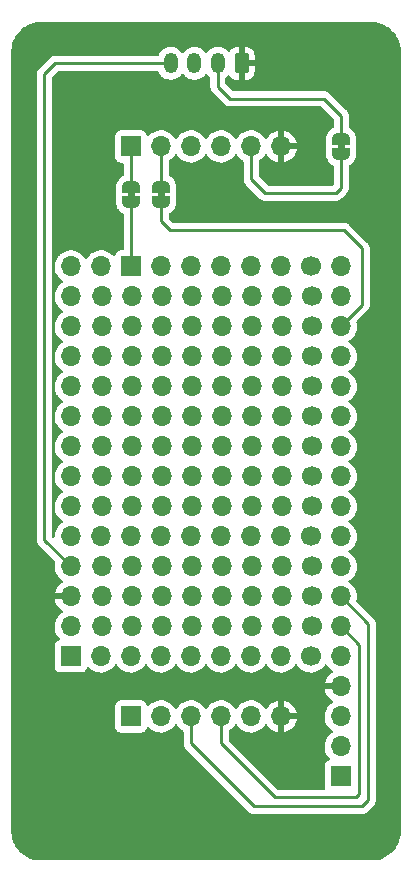
<source format=gbr>
%TF.GenerationSoftware,KiCad,Pcbnew,(6.0.4)*%
%TF.CreationDate,2022-04-21T22:00:58-04:00*%
%TF.ProjectId,firebeetle-shield,66697265-6265-4657-946c-652d73686965,rev?*%
%TF.SameCoordinates,Original*%
%TF.FileFunction,Copper,L2,Bot*%
%TF.FilePolarity,Positive*%
%FSLAX46Y46*%
G04 Gerber Fmt 4.6, Leading zero omitted, Abs format (unit mm)*
G04 Created by KiCad (PCBNEW (6.0.4)) date 2022-04-21 22:00:58*
%MOMM*%
%LPD*%
G01*
G04 APERTURE LIST*
G04 Aperture macros list*
%AMRoundRect*
0 Rectangle with rounded corners*
0 $1 Rounding radius*
0 $2 $3 $4 $5 $6 $7 $8 $9 X,Y pos of 4 corners*
0 Add a 4 corners polygon primitive as box body*
4,1,4,$2,$3,$4,$5,$6,$7,$8,$9,$2,$3,0*
0 Add four circle primitives for the rounded corners*
1,1,$1+$1,$2,$3*
1,1,$1+$1,$4,$5*
1,1,$1+$1,$6,$7*
1,1,$1+$1,$8,$9*
0 Add four rect primitives between the rounded corners*
20,1,$1+$1,$2,$3,$4,$5,0*
20,1,$1+$1,$4,$5,$6,$7,0*
20,1,$1+$1,$6,$7,$8,$9,0*
20,1,$1+$1,$8,$9,$2,$3,0*%
%AMFreePoly0*
4,1,22,0.500000,-0.750000,0.000000,-0.750000,0.000000,-0.745033,-0.079941,-0.743568,-0.215256,-0.701293,-0.333266,-0.622738,-0.424486,-0.514219,-0.481581,-0.384460,-0.499164,-0.250000,-0.500000,-0.250000,-0.500000,0.250000,-0.499164,0.250000,-0.499963,0.256109,-0.478152,0.396186,-0.417904,0.524511,-0.324060,0.630769,-0.204165,0.706417,-0.067858,0.745374,0.000000,0.744959,0.000000,0.750000,
0.500000,0.750000,0.500000,-0.750000,0.500000,-0.750000,$1*%
%AMFreePoly1*
4,1,20,0.000000,0.744959,0.073905,0.744508,0.209726,0.703889,0.328688,0.626782,0.421226,0.519385,0.479903,0.390333,0.500000,0.250000,0.500000,-0.250000,0.499851,-0.262216,0.476331,-0.402017,0.414519,-0.529596,0.319384,-0.634700,0.198574,-0.708877,0.061801,-0.746166,0.000000,-0.745033,0.000000,-0.750000,-0.500000,-0.750000,-0.500000,0.750000,0.000000,0.750000,0.000000,0.744959,
0.000000,0.744959,$1*%
G04 Aperture macros list end*
%TA.AperFunction,ComponentPad*%
%ADD10C,1.700000*%
%TD*%
%TA.AperFunction,ComponentPad*%
%ADD11O,1.700000X1.700000*%
%TD*%
%TA.AperFunction,ComponentPad*%
%ADD12R,1.700000X1.700000*%
%TD*%
%TA.AperFunction,ComponentPad*%
%ADD13RoundRect,0.250000X0.350000X0.625000X-0.350000X0.625000X-0.350000X-0.625000X0.350000X-0.625000X0*%
%TD*%
%TA.AperFunction,ComponentPad*%
%ADD14O,1.200000X1.750000*%
%TD*%
%TA.AperFunction,SMDPad,CuDef*%
%ADD15FreePoly0,270.000000*%
%TD*%
%TA.AperFunction,SMDPad,CuDef*%
%ADD16FreePoly1,270.000000*%
%TD*%
%TA.AperFunction,SMDPad,CuDef*%
%ADD17FreePoly0,90.000000*%
%TD*%
%TA.AperFunction,SMDPad,CuDef*%
%ADD18FreePoly1,90.000000*%
%TD*%
%TA.AperFunction,ViaPad*%
%ADD19C,0.800000*%
%TD*%
%TA.AperFunction,Conductor*%
%ADD20C,0.250000*%
%TD*%
G04 APERTURE END LIST*
%TO.C,JP2*%
G36*
X111490000Y-115354000D02*
G01*
X110890000Y-115354000D01*
X110890000Y-114854000D01*
X111490000Y-114854000D01*
X111490000Y-115354000D01*
G37*
%TO.C,JP3*%
G36*
X126730000Y-111290000D02*
G01*
X126130000Y-111290000D01*
X126130000Y-110790000D01*
X126730000Y-110790000D01*
X126730000Y-111290000D01*
G37*
%TO.C,JP1*%
G36*
X108950000Y-115354000D02*
G01*
X108350000Y-115354000D01*
X108350000Y-114854000D01*
X108950000Y-114854000D01*
X108950000Y-115354000D01*
G37*
%TD*%
D10*
%TO.P,REF\u002A\u002A,1*%
%TO.N,N/C*%
X123948658Y-151680000D03*
X123948658Y-146528857D03*
X123890000Y-144060000D03*
X123948658Y-149140000D03*
X123930908Y-141520000D03*
X123930908Y-131315969D03*
X123930908Y-126280000D03*
X123930908Y-123731678D03*
X123930908Y-133864291D03*
X123890000Y-154220000D03*
X123890000Y-121200000D03*
X123930908Y-128820000D03*
X123930908Y-136440000D03*
X123930908Y-138980000D03*
D11*
%TO.P,REF\u002A\u002A,2*%
X121390908Y-126280000D03*
X121390908Y-131315969D03*
X121350000Y-144060000D03*
X121390908Y-138980000D03*
X121408658Y-149140000D03*
X121390908Y-136440000D03*
X121390908Y-141520000D03*
X121390908Y-123731678D03*
X121408658Y-146528857D03*
X121390908Y-128820000D03*
X121350000Y-154220000D03*
X121390908Y-133864291D03*
X121350000Y-121200000D03*
X121408658Y-151680000D03*
%TO.P,REF\u002A\u002A,3*%
X118850908Y-138980000D03*
X118850908Y-128820000D03*
X118850908Y-131315969D03*
X118868658Y-146528857D03*
X118868658Y-149140000D03*
X118850908Y-133864291D03*
X118868658Y-151680000D03*
X118810000Y-144060000D03*
X118810000Y-121200000D03*
X118850908Y-141520000D03*
X118850908Y-136440000D03*
X118850908Y-126280000D03*
X118850908Y-123731678D03*
X118810000Y-154220000D03*
%TO.P,REF\u002A\u002A,4*%
X116270000Y-154220000D03*
X116328658Y-149140000D03*
X116328658Y-151680000D03*
X116270000Y-144060000D03*
X116310908Y-141520000D03*
X116310908Y-126280000D03*
X116310908Y-136440000D03*
X116328658Y-146528857D03*
X116270000Y-121200000D03*
X116310908Y-131315969D03*
X116310908Y-133864291D03*
X116310908Y-138980000D03*
X116310908Y-128820000D03*
X116310908Y-123731678D03*
%TO.P,REF\u002A\u002A,5*%
X113770908Y-138980000D03*
X113770908Y-126280000D03*
X113788658Y-146528857D03*
X113730000Y-154220000D03*
X113730000Y-144060000D03*
X113730000Y-121200000D03*
X113770908Y-141520000D03*
X113770908Y-133864291D03*
X113770908Y-128820000D03*
X113770908Y-136440000D03*
X113788658Y-151680000D03*
X113770908Y-131315969D03*
X113770908Y-123731678D03*
X113788658Y-149140000D03*
%TO.P,REF\u002A\u002A,6*%
X111230908Y-141520000D03*
X111230908Y-123731678D03*
X111230908Y-138980000D03*
X111248658Y-151680000D03*
X111230908Y-136440000D03*
X111230908Y-131315969D03*
X111248658Y-146528857D03*
X111230908Y-133864291D03*
X111190000Y-144060000D03*
X111248658Y-149140000D03*
X111230908Y-126280000D03*
X111190000Y-154220000D03*
X111190000Y-121200000D03*
X111230908Y-128820000D03*
%TO.P,REF\u002A\u002A,7*%
X108690908Y-126280000D03*
X108690908Y-128820000D03*
D12*
%TO.N,32K*%
X108650000Y-121200000D03*
D11*
%TO.N,N/C*%
X108708658Y-149140000D03*
X108650000Y-154220000D03*
X108690908Y-138980000D03*
X108690908Y-136440000D03*
X108708658Y-146528857D03*
X108690908Y-141520000D03*
X108708658Y-151680000D03*
X108690908Y-131315969D03*
X108650000Y-144060000D03*
X108690908Y-133864291D03*
X108690908Y-123731678D03*
%TO.P,REF\u002A\u002A,8*%
X106150908Y-141520000D03*
X106110000Y-144060000D03*
X106150908Y-126280000D03*
X106150908Y-128820000D03*
X106168658Y-146528857D03*
X106110000Y-154220000D03*
X106150908Y-136440000D03*
X106150908Y-138980000D03*
X106150908Y-131315969D03*
X106150908Y-133864291D03*
X106168658Y-151680000D03*
X106150908Y-123731678D03*
X106168658Y-149140000D03*
X106110000Y-121200000D03*
%TD*%
D12*
%TO.P,J2,1,Pin_1*%
%TO.N,Net-(J2-Pad1)*%
X108650000Y-111040000D03*
D11*
%TO.P,J2,2,Pin_2*%
%TO.N,Net-(J2-Pad2)*%
X111190000Y-111040000D03*
%TO.P,J2,3,Pin_3*%
%TO.N,SCL*%
X113730000Y-111040000D03*
%TO.P,J2,4,Pin_4*%
%TO.N,SDA*%
X116270000Y-111040000D03*
%TO.P,J2,5,Pin_5*%
%TO.N,Net-(J2-Pad5)*%
X118810000Y-111040000D03*
%TO.P,J2,6,Pin_6*%
%TO.N,GND*%
X121350000Y-111040000D03*
%TD*%
D13*
%TO.P,J3,1,Pin_1*%
%TO.N,GND*%
X118000000Y-104000000D03*
D14*
%TO.P,J3,2,Pin_2*%
%TO.N,3V3*%
X116000000Y-104000000D03*
%TO.P,J3,3,Pin_3*%
%TO.N,SDA*%
X114000000Y-104000000D03*
%TO.P,J3,4,Pin_4*%
%TO.N,SCL*%
X112000000Y-104000000D03*
%TD*%
D12*
%TO.P,J4,1,Pin_1*%
%TO.N,3V3*%
X108650000Y-159300000D03*
D11*
%TO.P,J4,2,Pin_2*%
%TO.N,CS*%
X111190000Y-159300000D03*
%TO.P,J4,3,Pin_3*%
%TO.N,MOSI*%
X113730000Y-159300000D03*
%TO.P,J4,4,Pin_4*%
%TO.N,SCK*%
X116270000Y-159300000D03*
%TO.P,J4,5,Pin_5*%
%TO.N,MISO*%
X118810000Y-159300000D03*
%TO.P,J4,6,Pin_6*%
%TO.N,GND*%
X121350000Y-159300000D03*
%TD*%
D15*
%TO.P,JP2,1,A*%
%TO.N,Net-(J2-Pad2)*%
X111190000Y-114454000D03*
D16*
%TO.P,JP2,2,B*%
%TO.N,D2*%
X111190000Y-115754000D03*
%TD*%
D12*
%TO.P,J5,1,Pin_1*%
%TO.N,RST*%
X126405000Y-164370000D03*
D11*
%TO.P,J5,2,Pin_2*%
%TO.N,3V3*%
X126405000Y-161830000D03*
%TO.P,J5,3,Pin_3*%
%TO.N,NONE*%
X126405000Y-159290000D03*
%TO.P,J5,4,Pin_4*%
%TO.N,GND*%
X126405000Y-156750000D03*
%TO.P,J5,5,Pin_5*%
%TO.N,EN*%
X126405000Y-154210000D03*
%TO.P,J5,6,Pin_6*%
%TO.N,SCK*%
X126405000Y-151670000D03*
%TO.P,J5,7,Pin_7*%
%TO.N,MOSI*%
X126405000Y-149130000D03*
%TO.P,J5,8,Pin_8*%
%TO.N,MISO*%
X126405000Y-146590000D03*
%TO.P,J5,9,Pin_9*%
%TO.N,SCL*%
X126405000Y-144050000D03*
%TO.P,J5,10,Pin_10*%
%TO.N,SDA*%
X126405000Y-141510000D03*
%TO.P,J5,11,Pin_11*%
%TO.N,CS*%
X126405000Y-138970000D03*
%TO.P,J5,12,Pin_12*%
%TO.N,D7*%
X126405000Y-136430000D03*
%TO.P,J5,13,Pin_13*%
%TO.N,D6*%
X126405000Y-133890000D03*
%TO.P,J5,14,Pin_14*%
%TO.N,D5*%
X126405000Y-131350000D03*
%TO.P,J5,15,Pin_15*%
%TO.N,D3*%
X126405000Y-128810000D03*
%TO.P,J5,16,Pin_16*%
%TO.N,D2*%
X126405000Y-126270000D03*
%TO.P,J5,17,Pin_17*%
%TO.N,TX*%
X126405000Y-123730000D03*
%TO.P,J5,18,Pin_18*%
%TO.N,RX*%
X126405000Y-121190000D03*
%TD*%
D17*
%TO.P,JP3,1,A*%
%TO.N,Net-(J2-Pad5)*%
X126430000Y-111690000D03*
D18*
%TO.P,JP3,2,B*%
%TO.N,3V3*%
X126430000Y-110390000D03*
%TD*%
D12*
%TO.P,J1,1,Pin_1*%
%TO.N,VCC*%
X103545000Y-154210000D03*
D11*
%TO.P,J1,2,Pin_2*%
%TO.N,3V3*%
X103545000Y-151670000D03*
%TO.P,J1,3,Pin_3*%
%TO.N,GND*%
X103545000Y-149130000D03*
%TO.P,J1,4,Pin_4*%
%TO.N,SCL*%
X103545000Y-146590000D03*
%TO.P,J1,5,Pin_5*%
%TO.N,SDA*%
X103545000Y-144050000D03*
%TO.P,J1,6,Pin_6*%
%TO.N,A4*%
X103545000Y-141510000D03*
%TO.P,J1,7,Pin_7*%
%TO.N,A3*%
X103545000Y-138970000D03*
%TO.P,J1,8,Pin_8*%
%TO.N,A2*%
X103545000Y-136430000D03*
%TO.P,J1,9,Pin_9*%
%TO.N,A1*%
X103545000Y-133890000D03*
%TO.P,J1,10,Pin_10*%
%TO.N,A0*%
X103545000Y-131350000D03*
%TO.P,J1,11,Pin_11*%
%TO.N,D13*%
X103545000Y-128810000D03*
%TO.P,J1,12,Pin_12*%
%TO.N,D12*%
X103545000Y-126270000D03*
%TO.P,J1,13,Pin_13*%
%TO.N,D11*%
X103545000Y-123730000D03*
%TO.P,J1,14,Pin_14*%
%TO.N,D10*%
X103545000Y-121190000D03*
%TD*%
D15*
%TO.P,JP1,1,A*%
%TO.N,Net-(J2-Pad1)*%
X108650000Y-114454000D03*
D16*
%TO.P,JP1,2,B*%
%TO.N,32K*%
X108650000Y-115754000D03*
%TD*%
D19*
%TO.N,GND*%
X115000000Y-156506000D03*
X103824000Y-111040000D03*
X129478000Y-111040000D03*
%TD*%
D20*
%TO.N,SCL*%
X102228000Y-104000000D02*
X112000000Y-104000000D01*
X101284000Y-104944000D02*
X102228000Y-104000000D01*
X101284000Y-144329000D02*
X101284000Y-104944000D01*
X103545000Y-146590000D02*
X101284000Y-144329000D01*
%TO.N,32K*%
X108650000Y-115754000D02*
X108650000Y-121200000D01*
%TO.N,MOSI*%
X128716000Y-151441000D02*
X128716000Y-166412000D01*
X119064000Y-166920000D02*
X113730000Y-161586000D01*
X128716000Y-166412000D02*
X128208000Y-166920000D01*
X113730000Y-161586000D02*
X113730000Y-159300000D01*
X128208000Y-166920000D02*
X119064000Y-166920000D01*
X126405000Y-149130000D02*
X128716000Y-151441000D01*
%TO.N,3V3*%
X117000000Y-107000000D02*
X125000000Y-107000000D01*
X125000000Y-107000000D02*
X126430000Y-108430000D01*
X126430000Y-108430000D02*
X126430000Y-110390000D01*
X116000000Y-104000000D02*
X116000000Y-106000000D01*
X116000000Y-106000000D02*
X117000000Y-107000000D01*
%TO.N,Net-(J2-Pad1)*%
X108650000Y-111040000D02*
X108650000Y-114454000D01*
%TO.N,D2*%
X128208000Y-119676000D02*
X128208000Y-124467000D01*
X128208000Y-124467000D02*
X126405000Y-126270000D01*
X111952000Y-118152000D02*
X126684000Y-118152000D01*
X111190000Y-115754000D02*
X111190000Y-117390000D01*
X111190000Y-117390000D02*
X111952000Y-118152000D01*
X126684000Y-118152000D02*
X128208000Y-119676000D01*
%TO.N,SCK*%
X127954000Y-153219000D02*
X126405000Y-151670000D01*
X127954000Y-165904000D02*
X127954000Y-153219000D01*
X120842000Y-166158000D02*
X127700000Y-166158000D01*
X116270000Y-159300000D02*
X116270000Y-161586000D01*
X116270000Y-161586000D02*
X120842000Y-166158000D01*
X127700000Y-166158000D02*
X127954000Y-165904000D01*
%TO.N,Net-(J2-Pad5)*%
X126430000Y-111690000D02*
X126430000Y-114570000D01*
X118810000Y-113810000D02*
X118810000Y-111040000D01*
X120000000Y-115000000D02*
X118810000Y-113810000D01*
X126000000Y-115000000D02*
X120000000Y-115000000D01*
X126430000Y-114570000D02*
X126000000Y-115000000D01*
%TO.N,Net-(J2-Pad2)*%
X111190000Y-111040000D02*
X111190000Y-114454000D01*
%TD*%
%TA.AperFunction,Conductor*%
%TO.N,GND*%
G36*
X128970018Y-100510000D02*
G01*
X128984851Y-100512310D01*
X128984855Y-100512310D01*
X128993724Y-100513691D01*
X129010923Y-100511442D01*
X129034863Y-100510609D01*
X129292710Y-100526206D01*
X129307814Y-100528040D01*
X129379786Y-100541229D01*
X129588760Y-100579525D01*
X129603526Y-100583164D01*
X129876231Y-100668142D01*
X129890445Y-100673534D01*
X130108223Y-100771547D01*
X130150906Y-100790757D01*
X130164379Y-100797828D01*
X130408813Y-100945595D01*
X130421334Y-100954238D01*
X130646171Y-101130385D01*
X130657560Y-101140475D01*
X130859525Y-101342440D01*
X130869615Y-101353829D01*
X131045762Y-101578666D01*
X131054405Y-101591187D01*
X131202172Y-101835621D01*
X131209242Y-101849092D01*
X131326466Y-102109555D01*
X131331859Y-102123773D01*
X131416836Y-102396473D01*
X131420477Y-102411246D01*
X131471960Y-102692186D01*
X131473794Y-102707290D01*
X131488953Y-102957904D01*
X131487692Y-102984716D01*
X131487690Y-102984852D01*
X131486309Y-102993724D01*
X131487473Y-103002626D01*
X131487473Y-103002628D01*
X131490436Y-103025283D01*
X131491500Y-103041621D01*
X131491500Y-168950633D01*
X131490000Y-168970018D01*
X131487690Y-168984851D01*
X131487690Y-168984855D01*
X131486309Y-168993724D01*
X131488558Y-169010919D01*
X131489391Y-169034863D01*
X131473794Y-169292710D01*
X131471960Y-169307814D01*
X131420477Y-169588754D01*
X131416836Y-169603527D01*
X131331859Y-169876227D01*
X131326466Y-169890445D01*
X131209243Y-170150906D01*
X131202172Y-170164379D01*
X131054405Y-170408813D01*
X131045762Y-170421334D01*
X130869615Y-170646171D01*
X130859525Y-170657560D01*
X130657560Y-170859525D01*
X130646171Y-170869615D01*
X130421334Y-171045762D01*
X130408813Y-171054405D01*
X130164379Y-171202172D01*
X130150908Y-171209242D01*
X129890445Y-171326466D01*
X129876231Y-171331858D01*
X129603527Y-171416836D01*
X129588760Y-171420475D01*
X129379786Y-171458771D01*
X129307814Y-171471960D01*
X129292710Y-171473794D01*
X129042096Y-171488953D01*
X129015284Y-171487692D01*
X129015148Y-171487690D01*
X129006276Y-171486309D01*
X128997374Y-171487473D01*
X128997372Y-171487473D01*
X128982707Y-171489391D01*
X128974714Y-171490436D01*
X128958379Y-171491500D01*
X101049367Y-171491500D01*
X101029982Y-171490000D01*
X101015149Y-171487690D01*
X101015145Y-171487690D01*
X101006276Y-171486309D01*
X100989077Y-171488558D01*
X100965137Y-171489391D01*
X100707290Y-171473794D01*
X100692186Y-171471960D01*
X100620214Y-171458771D01*
X100411240Y-171420475D01*
X100396473Y-171416836D01*
X100123769Y-171331858D01*
X100109555Y-171326466D01*
X99849092Y-171209242D01*
X99835621Y-171202172D01*
X99591187Y-171054405D01*
X99578666Y-171045762D01*
X99353829Y-170869615D01*
X99342440Y-170859525D01*
X99140475Y-170657560D01*
X99130385Y-170646171D01*
X98954238Y-170421334D01*
X98945595Y-170408813D01*
X98797828Y-170164379D01*
X98790757Y-170150906D01*
X98673534Y-169890445D01*
X98668141Y-169876227D01*
X98583164Y-169603527D01*
X98579523Y-169588754D01*
X98528040Y-169307814D01*
X98526206Y-169292710D01*
X98511269Y-169045768D01*
X98512520Y-169022216D01*
X98512334Y-169022199D01*
X98512769Y-169017350D01*
X98513576Y-169012552D01*
X98513729Y-169000000D01*
X98509773Y-168972376D01*
X98508500Y-168954514D01*
X98508500Y-104923943D01*
X100645780Y-104923943D01*
X100646526Y-104931835D01*
X100649941Y-104967961D01*
X100650500Y-104979819D01*
X100650500Y-144250233D01*
X100649973Y-144261416D01*
X100648298Y-144268909D01*
X100648547Y-144276835D01*
X100648547Y-144276836D01*
X100650438Y-144336986D01*
X100650500Y-144340945D01*
X100650500Y-144368856D01*
X100650997Y-144372790D01*
X100650997Y-144372791D01*
X100651005Y-144372856D01*
X100651938Y-144384693D01*
X100653327Y-144428889D01*
X100658978Y-144448339D01*
X100662987Y-144467700D01*
X100665526Y-144487797D01*
X100668445Y-144495168D01*
X100668445Y-144495170D01*
X100681804Y-144528912D01*
X100685649Y-144540142D01*
X100697982Y-144582593D01*
X100702015Y-144589412D01*
X100702017Y-144589417D01*
X100708293Y-144600028D01*
X100716988Y-144617776D01*
X100724448Y-144636617D01*
X100729110Y-144643033D01*
X100729110Y-144643034D01*
X100750436Y-144672387D01*
X100756952Y-144682307D01*
X100766959Y-144699227D01*
X100779458Y-144720362D01*
X100793779Y-144734683D01*
X100806619Y-144749716D01*
X100818528Y-144766107D01*
X100837032Y-144781415D01*
X100852605Y-144794298D01*
X100861384Y-144802288D01*
X102194777Y-146135682D01*
X102228803Y-146197994D01*
X102227100Y-146258446D01*
X102205989Y-146334570D01*
X102182251Y-146556695D01*
X102182548Y-146561848D01*
X102182548Y-146561851D01*
X102188011Y-146656590D01*
X102195110Y-146779715D01*
X102196247Y-146784761D01*
X102196248Y-146784767D01*
X102216119Y-146872939D01*
X102244222Y-146997639D01*
X102282461Y-147091811D01*
X102306491Y-147150989D01*
X102328266Y-147204616D01*
X102347407Y-147235851D01*
X102442291Y-147390688D01*
X102444987Y-147395088D01*
X102591250Y-147563938D01*
X102763126Y-147706632D01*
X102796199Y-147725958D01*
X102836955Y-147749774D01*
X102885679Y-147801412D01*
X102898750Y-147871195D01*
X102872019Y-147936967D01*
X102831562Y-147970327D01*
X102823457Y-147974546D01*
X102814738Y-147980036D01*
X102644433Y-148107905D01*
X102636726Y-148114748D01*
X102489590Y-148268717D01*
X102483104Y-148276727D01*
X102363098Y-148452649D01*
X102358000Y-148461623D01*
X102268338Y-148654783D01*
X102264775Y-148664470D01*
X102209389Y-148864183D01*
X102210912Y-148872607D01*
X102223292Y-148876000D01*
X103673000Y-148876000D01*
X103741121Y-148896002D01*
X103787614Y-148949658D01*
X103799000Y-149002000D01*
X103799000Y-149258000D01*
X103778998Y-149326121D01*
X103725342Y-149372614D01*
X103673000Y-149384000D01*
X102228225Y-149384000D01*
X102214694Y-149387973D01*
X102213257Y-149397966D01*
X102243565Y-149532446D01*
X102246645Y-149542275D01*
X102326770Y-149739603D01*
X102331413Y-149748794D01*
X102442694Y-149930388D01*
X102448777Y-149938699D01*
X102588213Y-150099667D01*
X102595580Y-150106883D01*
X102759434Y-150242916D01*
X102767881Y-150248831D01*
X102836969Y-150289203D01*
X102885693Y-150340842D01*
X102898764Y-150410625D01*
X102872033Y-150476396D01*
X102831584Y-150509752D01*
X102818607Y-150516507D01*
X102814474Y-150519610D01*
X102814471Y-150519612D01*
X102644100Y-150647530D01*
X102639965Y-150650635D01*
X102485629Y-150812138D01*
X102482715Y-150816410D01*
X102482714Y-150816411D01*
X102470404Y-150834457D01*
X102359743Y-150996680D01*
X102335161Y-151049638D01*
X102269355Y-151191406D01*
X102265688Y-151199305D01*
X102205989Y-151414570D01*
X102182251Y-151636695D01*
X102182548Y-151641848D01*
X102182548Y-151641851D01*
X102194812Y-151854547D01*
X102195110Y-151859715D01*
X102196247Y-151864761D01*
X102196248Y-151864767D01*
X102216119Y-151952939D01*
X102244222Y-152077639D01*
X102328266Y-152284616D01*
X102444987Y-152475088D01*
X102591250Y-152643938D01*
X102595230Y-152647242D01*
X102599981Y-152651187D01*
X102639616Y-152710090D01*
X102641113Y-152781071D01*
X102603997Y-152841593D01*
X102563725Y-152866112D01*
X102494499Y-152892064D01*
X102448295Y-152909385D01*
X102331739Y-152996739D01*
X102244385Y-153113295D01*
X102193255Y-153249684D01*
X102186500Y-153311866D01*
X102186500Y-155108134D01*
X102193255Y-155170316D01*
X102244385Y-155306705D01*
X102331739Y-155423261D01*
X102448295Y-155510615D01*
X102584684Y-155561745D01*
X102646866Y-155568500D01*
X104443134Y-155568500D01*
X104505316Y-155561745D01*
X104641705Y-155510615D01*
X104758261Y-155423261D01*
X104845615Y-155306705D01*
X104894532Y-155176219D01*
X104937173Y-155119454D01*
X105003735Y-155094754D01*
X105073084Y-155109961D01*
X105107751Y-155137950D01*
X105152865Y-155190031D01*
X105152869Y-155190035D01*
X105156250Y-155193938D01*
X105328126Y-155336632D01*
X105521000Y-155449338D01*
X105729692Y-155529030D01*
X105734760Y-155530061D01*
X105734763Y-155530062D01*
X105800165Y-155543368D01*
X105948597Y-155573567D01*
X105953772Y-155573757D01*
X105953774Y-155573757D01*
X106166673Y-155581564D01*
X106166677Y-155581564D01*
X106171837Y-155581753D01*
X106176957Y-155581097D01*
X106176959Y-155581097D01*
X106388288Y-155554025D01*
X106388289Y-155554025D01*
X106393416Y-155553368D01*
X106398366Y-155551883D01*
X106602429Y-155490661D01*
X106602434Y-155490659D01*
X106607384Y-155489174D01*
X106807994Y-155390896D01*
X106989860Y-155261173D01*
X107148096Y-155103489D01*
X107278453Y-154922077D01*
X107279776Y-154923028D01*
X107326645Y-154879857D01*
X107396580Y-154867625D01*
X107462026Y-154895144D01*
X107489875Y-154926994D01*
X107549987Y-155025088D01*
X107696250Y-155193938D01*
X107868126Y-155336632D01*
X108061000Y-155449338D01*
X108269692Y-155529030D01*
X108274760Y-155530061D01*
X108274763Y-155530062D01*
X108340165Y-155543368D01*
X108488597Y-155573567D01*
X108493772Y-155573757D01*
X108493774Y-155573757D01*
X108706673Y-155581564D01*
X108706677Y-155581564D01*
X108711837Y-155581753D01*
X108716957Y-155581097D01*
X108716959Y-155581097D01*
X108928288Y-155554025D01*
X108928289Y-155554025D01*
X108933416Y-155553368D01*
X108938366Y-155551883D01*
X109142429Y-155490661D01*
X109142434Y-155490659D01*
X109147384Y-155489174D01*
X109347994Y-155390896D01*
X109529860Y-155261173D01*
X109688096Y-155103489D01*
X109818453Y-154922077D01*
X109819776Y-154923028D01*
X109866645Y-154879857D01*
X109936580Y-154867625D01*
X110002026Y-154895144D01*
X110029875Y-154926994D01*
X110089987Y-155025088D01*
X110236250Y-155193938D01*
X110408126Y-155336632D01*
X110601000Y-155449338D01*
X110809692Y-155529030D01*
X110814760Y-155530061D01*
X110814763Y-155530062D01*
X110880165Y-155543368D01*
X111028597Y-155573567D01*
X111033772Y-155573757D01*
X111033774Y-155573757D01*
X111246673Y-155581564D01*
X111246677Y-155581564D01*
X111251837Y-155581753D01*
X111256957Y-155581097D01*
X111256959Y-155581097D01*
X111468288Y-155554025D01*
X111468289Y-155554025D01*
X111473416Y-155553368D01*
X111478366Y-155551883D01*
X111682429Y-155490661D01*
X111682434Y-155490659D01*
X111687384Y-155489174D01*
X111887994Y-155390896D01*
X112069860Y-155261173D01*
X112228096Y-155103489D01*
X112358453Y-154922077D01*
X112359776Y-154923028D01*
X112406645Y-154879857D01*
X112476580Y-154867625D01*
X112542026Y-154895144D01*
X112569875Y-154926994D01*
X112629987Y-155025088D01*
X112776250Y-155193938D01*
X112948126Y-155336632D01*
X113141000Y-155449338D01*
X113349692Y-155529030D01*
X113354760Y-155530061D01*
X113354763Y-155530062D01*
X113420165Y-155543368D01*
X113568597Y-155573567D01*
X113573772Y-155573757D01*
X113573774Y-155573757D01*
X113786673Y-155581564D01*
X113786677Y-155581564D01*
X113791837Y-155581753D01*
X113796957Y-155581097D01*
X113796959Y-155581097D01*
X114008288Y-155554025D01*
X114008289Y-155554025D01*
X114013416Y-155553368D01*
X114018366Y-155551883D01*
X114222429Y-155490661D01*
X114222434Y-155490659D01*
X114227384Y-155489174D01*
X114427994Y-155390896D01*
X114609860Y-155261173D01*
X114768096Y-155103489D01*
X114898453Y-154922077D01*
X114899776Y-154923028D01*
X114946645Y-154879857D01*
X115016580Y-154867625D01*
X115082026Y-154895144D01*
X115109875Y-154926994D01*
X115169987Y-155025088D01*
X115316250Y-155193938D01*
X115488126Y-155336632D01*
X115681000Y-155449338D01*
X115889692Y-155529030D01*
X115894760Y-155530061D01*
X115894763Y-155530062D01*
X115960165Y-155543368D01*
X116108597Y-155573567D01*
X116113772Y-155573757D01*
X116113774Y-155573757D01*
X116326673Y-155581564D01*
X116326677Y-155581564D01*
X116331837Y-155581753D01*
X116336957Y-155581097D01*
X116336959Y-155581097D01*
X116548288Y-155554025D01*
X116548289Y-155554025D01*
X116553416Y-155553368D01*
X116558366Y-155551883D01*
X116762429Y-155490661D01*
X116762434Y-155490659D01*
X116767384Y-155489174D01*
X116967994Y-155390896D01*
X117149860Y-155261173D01*
X117308096Y-155103489D01*
X117438453Y-154922077D01*
X117439776Y-154923028D01*
X117486645Y-154879857D01*
X117556580Y-154867625D01*
X117622026Y-154895144D01*
X117649875Y-154926994D01*
X117709987Y-155025088D01*
X117856250Y-155193938D01*
X118028126Y-155336632D01*
X118221000Y-155449338D01*
X118429692Y-155529030D01*
X118434760Y-155530061D01*
X118434763Y-155530062D01*
X118500165Y-155543368D01*
X118648597Y-155573567D01*
X118653772Y-155573757D01*
X118653774Y-155573757D01*
X118866673Y-155581564D01*
X118866677Y-155581564D01*
X118871837Y-155581753D01*
X118876957Y-155581097D01*
X118876959Y-155581097D01*
X119088288Y-155554025D01*
X119088289Y-155554025D01*
X119093416Y-155553368D01*
X119098366Y-155551883D01*
X119302429Y-155490661D01*
X119302434Y-155490659D01*
X119307384Y-155489174D01*
X119507994Y-155390896D01*
X119689860Y-155261173D01*
X119848096Y-155103489D01*
X119978453Y-154922077D01*
X119979776Y-154923028D01*
X120026645Y-154879857D01*
X120096580Y-154867625D01*
X120162026Y-154895144D01*
X120189875Y-154926994D01*
X120249987Y-155025088D01*
X120396250Y-155193938D01*
X120568126Y-155336632D01*
X120761000Y-155449338D01*
X120969692Y-155529030D01*
X120974760Y-155530061D01*
X120974763Y-155530062D01*
X121040165Y-155543368D01*
X121188597Y-155573567D01*
X121193772Y-155573757D01*
X121193774Y-155573757D01*
X121406673Y-155581564D01*
X121406677Y-155581564D01*
X121411837Y-155581753D01*
X121416957Y-155581097D01*
X121416959Y-155581097D01*
X121628288Y-155554025D01*
X121628289Y-155554025D01*
X121633416Y-155553368D01*
X121638366Y-155551883D01*
X121842429Y-155490661D01*
X121842434Y-155490659D01*
X121847384Y-155489174D01*
X122047994Y-155390896D01*
X122229860Y-155261173D01*
X122388096Y-155103489D01*
X122518453Y-154922077D01*
X122519776Y-154923028D01*
X122566645Y-154879857D01*
X122636580Y-154867625D01*
X122702026Y-154895144D01*
X122729875Y-154926994D01*
X122789987Y-155025088D01*
X122936250Y-155193938D01*
X123108126Y-155336632D01*
X123301000Y-155449338D01*
X123509692Y-155529030D01*
X123514760Y-155530061D01*
X123514763Y-155530062D01*
X123580165Y-155543368D01*
X123728597Y-155573567D01*
X123733772Y-155573757D01*
X123733774Y-155573757D01*
X123946673Y-155581564D01*
X123946677Y-155581564D01*
X123951837Y-155581753D01*
X123956957Y-155581097D01*
X123956959Y-155581097D01*
X124168288Y-155554025D01*
X124168289Y-155554025D01*
X124173416Y-155553368D01*
X124178366Y-155551883D01*
X124382429Y-155490661D01*
X124382434Y-155490659D01*
X124387384Y-155489174D01*
X124587994Y-155390896D01*
X124769860Y-155261173D01*
X124928096Y-155103489D01*
X124987594Y-155020688D01*
X125050084Y-154933724D01*
X125106079Y-154890076D01*
X125176782Y-154883630D01*
X125239747Y-154916433D01*
X125259840Y-154941415D01*
X125304987Y-155015088D01*
X125451250Y-155183938D01*
X125623126Y-155326632D01*
X125693604Y-155367816D01*
X125696955Y-155369774D01*
X125745679Y-155421412D01*
X125758750Y-155491195D01*
X125732019Y-155556967D01*
X125691562Y-155590327D01*
X125683457Y-155594546D01*
X125674738Y-155600036D01*
X125504433Y-155727905D01*
X125496726Y-155734748D01*
X125349590Y-155888717D01*
X125343104Y-155896727D01*
X125223098Y-156072649D01*
X125218000Y-156081623D01*
X125128338Y-156274783D01*
X125124775Y-156284470D01*
X125069389Y-156484183D01*
X125070912Y-156492607D01*
X125083292Y-156496000D01*
X126533000Y-156496000D01*
X126601121Y-156516002D01*
X126647614Y-156569658D01*
X126659000Y-156622000D01*
X126659000Y-156878000D01*
X126638998Y-156946121D01*
X126585342Y-156992614D01*
X126533000Y-157004000D01*
X125088225Y-157004000D01*
X125074694Y-157007973D01*
X125073257Y-157017966D01*
X125103565Y-157152446D01*
X125106645Y-157162275D01*
X125186770Y-157359603D01*
X125191413Y-157368794D01*
X125302694Y-157550388D01*
X125308777Y-157558699D01*
X125448213Y-157719667D01*
X125455580Y-157726883D01*
X125619434Y-157862916D01*
X125627881Y-157868831D01*
X125696969Y-157909203D01*
X125745693Y-157960842D01*
X125758764Y-158030625D01*
X125732033Y-158096396D01*
X125691584Y-158129752D01*
X125678607Y-158136507D01*
X125674474Y-158139610D01*
X125674471Y-158139612D01*
X125578455Y-158211703D01*
X125499965Y-158270635D01*
X125345629Y-158432138D01*
X125219743Y-158616680D01*
X125202769Y-158653247D01*
X125129355Y-158811406D01*
X125125688Y-158819305D01*
X125065989Y-159034570D01*
X125065440Y-159039707D01*
X125064456Y-159048913D01*
X125042251Y-159256695D01*
X125055110Y-159479715D01*
X125056247Y-159484761D01*
X125056248Y-159484767D01*
X125073173Y-159559865D01*
X125104222Y-159697639D01*
X125188266Y-159904616D01*
X125304987Y-160095088D01*
X125451250Y-160263938D01*
X125623126Y-160406632D01*
X125682327Y-160441226D01*
X125696445Y-160449476D01*
X125745169Y-160501114D01*
X125758240Y-160570897D01*
X125731509Y-160636669D01*
X125691055Y-160670027D01*
X125678607Y-160676507D01*
X125674474Y-160679610D01*
X125674471Y-160679612D01*
X125504100Y-160807530D01*
X125499965Y-160810635D01*
X125345629Y-160972138D01*
X125219743Y-161156680D01*
X125125688Y-161359305D01*
X125065989Y-161574570D01*
X125042251Y-161796695D01*
X125042548Y-161801848D01*
X125042548Y-161801851D01*
X125053494Y-161991683D01*
X125055110Y-162019715D01*
X125056247Y-162024761D01*
X125056248Y-162024767D01*
X125063079Y-162055077D01*
X125104222Y-162237639D01*
X125188266Y-162444616D01*
X125304987Y-162635088D01*
X125451250Y-162803938D01*
X125455230Y-162807242D01*
X125459981Y-162811187D01*
X125499616Y-162870090D01*
X125501113Y-162941071D01*
X125463997Y-163001593D01*
X125423724Y-163026112D01*
X125308295Y-163069385D01*
X125191739Y-163156739D01*
X125104385Y-163273295D01*
X125053255Y-163409684D01*
X125046500Y-163471866D01*
X125046500Y-165268134D01*
X125053255Y-165330316D01*
X125056029Y-165337715D01*
X125062235Y-165354270D01*
X125067418Y-165425077D01*
X125033497Y-165487446D01*
X124971242Y-165521576D01*
X124944253Y-165524500D01*
X121156595Y-165524500D01*
X121088474Y-165504498D01*
X121067500Y-165487595D01*
X116940405Y-161360500D01*
X116906379Y-161298188D01*
X116903500Y-161271405D01*
X116903500Y-160580427D01*
X116923502Y-160512306D01*
X116964618Y-160472550D01*
X116967994Y-160470896D01*
X117149860Y-160341173D01*
X117308096Y-160183489D01*
X117438453Y-160002077D01*
X117439776Y-160003028D01*
X117486645Y-159959857D01*
X117556580Y-159947625D01*
X117622026Y-159975144D01*
X117649875Y-160006994D01*
X117709987Y-160105088D01*
X117856250Y-160273938D01*
X118028126Y-160416632D01*
X118221000Y-160529338D01*
X118429692Y-160609030D01*
X118434760Y-160610061D01*
X118434763Y-160610062D01*
X118529862Y-160629410D01*
X118648597Y-160653567D01*
X118653772Y-160653757D01*
X118653774Y-160653757D01*
X118866673Y-160661564D01*
X118866677Y-160661564D01*
X118871837Y-160661753D01*
X118876957Y-160661097D01*
X118876959Y-160661097D01*
X119088288Y-160634025D01*
X119088289Y-160634025D01*
X119093416Y-160633368D01*
X119098366Y-160631883D01*
X119302429Y-160570661D01*
X119302434Y-160570659D01*
X119307384Y-160569174D01*
X119507994Y-160470896D01*
X119689860Y-160341173D01*
X119848096Y-160183489D01*
X119978453Y-160002077D01*
X119979640Y-160002930D01*
X120026960Y-159959362D01*
X120096897Y-159947145D01*
X120162338Y-159974678D01*
X120190166Y-160006511D01*
X120247694Y-160100388D01*
X120253777Y-160108699D01*
X120393213Y-160269667D01*
X120400580Y-160276883D01*
X120564434Y-160412916D01*
X120572881Y-160418831D01*
X120756756Y-160526279D01*
X120766042Y-160530729D01*
X120965001Y-160606703D01*
X120974899Y-160609579D01*
X121078250Y-160630606D01*
X121092299Y-160629410D01*
X121096000Y-160619065D01*
X121096000Y-160618517D01*
X121604000Y-160618517D01*
X121608064Y-160632359D01*
X121621478Y-160634393D01*
X121628184Y-160633534D01*
X121638262Y-160631392D01*
X121842255Y-160570191D01*
X121851842Y-160566433D01*
X122043095Y-160472739D01*
X122051945Y-160467464D01*
X122225328Y-160343792D01*
X122233200Y-160337139D01*
X122384052Y-160186812D01*
X122390730Y-160178965D01*
X122515003Y-160006020D01*
X122520313Y-159997183D01*
X122614670Y-159806267D01*
X122618469Y-159796672D01*
X122680377Y-159592910D01*
X122682555Y-159582837D01*
X122683986Y-159571962D01*
X122681775Y-159557778D01*
X122668617Y-159554000D01*
X121622115Y-159554000D01*
X121606876Y-159558475D01*
X121605671Y-159559865D01*
X121604000Y-159567548D01*
X121604000Y-160618517D01*
X121096000Y-160618517D01*
X121096000Y-159027885D01*
X121604000Y-159027885D01*
X121608475Y-159043124D01*
X121609865Y-159044329D01*
X121617548Y-159046000D01*
X122668344Y-159046000D01*
X122681875Y-159042027D01*
X122683180Y-159032947D01*
X122641214Y-158865875D01*
X122637894Y-158856124D01*
X122552972Y-158660814D01*
X122548105Y-158651739D01*
X122432426Y-158472926D01*
X122426136Y-158464757D01*
X122282806Y-158307240D01*
X122275273Y-158300215D01*
X122108139Y-158168222D01*
X122099552Y-158162517D01*
X121913117Y-158059599D01*
X121903705Y-158055369D01*
X121702959Y-157984280D01*
X121692988Y-157981646D01*
X121621837Y-157968972D01*
X121608540Y-157970432D01*
X121604000Y-157984989D01*
X121604000Y-159027885D01*
X121096000Y-159027885D01*
X121096000Y-157983102D01*
X121092082Y-157969758D01*
X121077806Y-157967771D01*
X121039324Y-157973660D01*
X121029288Y-157976051D01*
X120826868Y-158042212D01*
X120817359Y-158046209D01*
X120628463Y-158144542D01*
X120619738Y-158150036D01*
X120449433Y-158277905D01*
X120441726Y-158284748D01*
X120294590Y-158438717D01*
X120288109Y-158446722D01*
X120183498Y-158600074D01*
X120128587Y-158645076D01*
X120058062Y-158653247D01*
X119994315Y-158621993D01*
X119973618Y-158597509D01*
X119892822Y-158472617D01*
X119892820Y-158472614D01*
X119890014Y-158468277D01*
X119739670Y-158303051D01*
X119735619Y-158299852D01*
X119735615Y-158299848D01*
X119568414Y-158167800D01*
X119568410Y-158167798D01*
X119564359Y-158164598D01*
X119528028Y-158144542D01*
X119501239Y-158129754D01*
X119368789Y-158056638D01*
X119363920Y-158054914D01*
X119363916Y-158054912D01*
X119163087Y-157983795D01*
X119163083Y-157983794D01*
X119158212Y-157982069D01*
X119153119Y-157981162D01*
X119153116Y-157981161D01*
X118943373Y-157943800D01*
X118943367Y-157943799D01*
X118938284Y-157942894D01*
X118864452Y-157941992D01*
X118720081Y-157940228D01*
X118720079Y-157940228D01*
X118714911Y-157940165D01*
X118494091Y-157973955D01*
X118281756Y-158043357D01*
X118209256Y-158081098D01*
X118112378Y-158131530D01*
X118083607Y-158146507D01*
X118079474Y-158149610D01*
X118079471Y-158149612D01*
X117913305Y-158274373D01*
X117904965Y-158280635D01*
X117901393Y-158284373D01*
X117793729Y-158397037D01*
X117750629Y-158442138D01*
X117643201Y-158599621D01*
X117588293Y-158644621D01*
X117517768Y-158652792D01*
X117454021Y-158621538D01*
X117433324Y-158597054D01*
X117352822Y-158472617D01*
X117352820Y-158472614D01*
X117350014Y-158468277D01*
X117199670Y-158303051D01*
X117195619Y-158299852D01*
X117195615Y-158299848D01*
X117028414Y-158167800D01*
X117028410Y-158167798D01*
X117024359Y-158164598D01*
X116988028Y-158144542D01*
X116961239Y-158129754D01*
X116828789Y-158056638D01*
X116823920Y-158054914D01*
X116823916Y-158054912D01*
X116623087Y-157983795D01*
X116623083Y-157983794D01*
X116618212Y-157982069D01*
X116613119Y-157981162D01*
X116613116Y-157981161D01*
X116403373Y-157943800D01*
X116403367Y-157943799D01*
X116398284Y-157942894D01*
X116324452Y-157941992D01*
X116180081Y-157940228D01*
X116180079Y-157940228D01*
X116174911Y-157940165D01*
X115954091Y-157973955D01*
X115741756Y-158043357D01*
X115669256Y-158081098D01*
X115572378Y-158131530D01*
X115543607Y-158146507D01*
X115539474Y-158149610D01*
X115539471Y-158149612D01*
X115373305Y-158274373D01*
X115364965Y-158280635D01*
X115361393Y-158284373D01*
X115253729Y-158397037D01*
X115210629Y-158442138D01*
X115103201Y-158599621D01*
X115048293Y-158644621D01*
X114977768Y-158652792D01*
X114914021Y-158621538D01*
X114893324Y-158597054D01*
X114812822Y-158472617D01*
X114812820Y-158472614D01*
X114810014Y-158468277D01*
X114659670Y-158303051D01*
X114655619Y-158299852D01*
X114655615Y-158299848D01*
X114488414Y-158167800D01*
X114488410Y-158167798D01*
X114484359Y-158164598D01*
X114448028Y-158144542D01*
X114421239Y-158129754D01*
X114288789Y-158056638D01*
X114283920Y-158054914D01*
X114283916Y-158054912D01*
X114083087Y-157983795D01*
X114083083Y-157983794D01*
X114078212Y-157982069D01*
X114073119Y-157981162D01*
X114073116Y-157981161D01*
X113863373Y-157943800D01*
X113863367Y-157943799D01*
X113858284Y-157942894D01*
X113784452Y-157941992D01*
X113640081Y-157940228D01*
X113640079Y-157940228D01*
X113634911Y-157940165D01*
X113414091Y-157973955D01*
X113201756Y-158043357D01*
X113129256Y-158081098D01*
X113032378Y-158131530D01*
X113003607Y-158146507D01*
X112999474Y-158149610D01*
X112999471Y-158149612D01*
X112833305Y-158274373D01*
X112824965Y-158280635D01*
X112821393Y-158284373D01*
X112713729Y-158397037D01*
X112670629Y-158442138D01*
X112563201Y-158599621D01*
X112508293Y-158644621D01*
X112437768Y-158652792D01*
X112374021Y-158621538D01*
X112353324Y-158597054D01*
X112272822Y-158472617D01*
X112272820Y-158472614D01*
X112270014Y-158468277D01*
X112119670Y-158303051D01*
X112115619Y-158299852D01*
X112115615Y-158299848D01*
X111948414Y-158167800D01*
X111948410Y-158167798D01*
X111944359Y-158164598D01*
X111908028Y-158144542D01*
X111881239Y-158129754D01*
X111748789Y-158056638D01*
X111743920Y-158054914D01*
X111743916Y-158054912D01*
X111543087Y-157983795D01*
X111543083Y-157983794D01*
X111538212Y-157982069D01*
X111533119Y-157981162D01*
X111533116Y-157981161D01*
X111323373Y-157943800D01*
X111323367Y-157943799D01*
X111318284Y-157942894D01*
X111244452Y-157941992D01*
X111100081Y-157940228D01*
X111100079Y-157940228D01*
X111094911Y-157940165D01*
X110874091Y-157973955D01*
X110661756Y-158043357D01*
X110589256Y-158081098D01*
X110492378Y-158131530D01*
X110463607Y-158146507D01*
X110459474Y-158149610D01*
X110459471Y-158149612D01*
X110293305Y-158274373D01*
X110284965Y-158280635D01*
X110228537Y-158339684D01*
X110204283Y-158365064D01*
X110142759Y-158400494D01*
X110071846Y-158397037D01*
X110014060Y-158355791D01*
X109995207Y-158322243D01*
X109953767Y-158211703D01*
X109950615Y-158203295D01*
X109863261Y-158086739D01*
X109746705Y-157999385D01*
X109610316Y-157948255D01*
X109548134Y-157941500D01*
X107751866Y-157941500D01*
X107689684Y-157948255D01*
X107553295Y-157999385D01*
X107436739Y-158086739D01*
X107349385Y-158203295D01*
X107298255Y-158339684D01*
X107291500Y-158401866D01*
X107291500Y-160198134D01*
X107298255Y-160260316D01*
X107349385Y-160396705D01*
X107436739Y-160513261D01*
X107553295Y-160600615D01*
X107689684Y-160651745D01*
X107751866Y-160658500D01*
X109548134Y-160658500D01*
X109610316Y-160651745D01*
X109746705Y-160600615D01*
X109863261Y-160513261D01*
X109950615Y-160396705D01*
X109972799Y-160337529D01*
X109994598Y-160279382D01*
X110037240Y-160222618D01*
X110103802Y-160197918D01*
X110173150Y-160213126D01*
X110207817Y-160241114D01*
X110236250Y-160273938D01*
X110408126Y-160416632D01*
X110601000Y-160529338D01*
X110809692Y-160609030D01*
X110814760Y-160610061D01*
X110814763Y-160610062D01*
X110909862Y-160629410D01*
X111028597Y-160653567D01*
X111033772Y-160653757D01*
X111033774Y-160653757D01*
X111246673Y-160661564D01*
X111246677Y-160661564D01*
X111251837Y-160661753D01*
X111256957Y-160661097D01*
X111256959Y-160661097D01*
X111468288Y-160634025D01*
X111468289Y-160634025D01*
X111473416Y-160633368D01*
X111478366Y-160631883D01*
X111682429Y-160570661D01*
X111682434Y-160570659D01*
X111687384Y-160569174D01*
X111887994Y-160470896D01*
X112069860Y-160341173D01*
X112228096Y-160183489D01*
X112358453Y-160002077D01*
X112359776Y-160003028D01*
X112406645Y-159959857D01*
X112476580Y-159947625D01*
X112542026Y-159975144D01*
X112569875Y-160006994D01*
X112629987Y-160105088D01*
X112776250Y-160273938D01*
X112948126Y-160416632D01*
X113034070Y-160466853D01*
X113082794Y-160518491D01*
X113096500Y-160575641D01*
X113096500Y-161507233D01*
X113095973Y-161518416D01*
X113094298Y-161525909D01*
X113094547Y-161533835D01*
X113094547Y-161533836D01*
X113096438Y-161593986D01*
X113096500Y-161597945D01*
X113096500Y-161625856D01*
X113096997Y-161629790D01*
X113096997Y-161629791D01*
X113097005Y-161629856D01*
X113097938Y-161641693D01*
X113099327Y-161685889D01*
X113104978Y-161705339D01*
X113108987Y-161724700D01*
X113111526Y-161744797D01*
X113114445Y-161752168D01*
X113114445Y-161752170D01*
X113127804Y-161785912D01*
X113131649Y-161797142D01*
X113143982Y-161839593D01*
X113148015Y-161846412D01*
X113148017Y-161846417D01*
X113154293Y-161857028D01*
X113162988Y-161874776D01*
X113170448Y-161893617D01*
X113175110Y-161900033D01*
X113175110Y-161900034D01*
X113196436Y-161929387D01*
X113202952Y-161939307D01*
X113225458Y-161977362D01*
X113239779Y-161991683D01*
X113252619Y-162006716D01*
X113264528Y-162023107D01*
X113270634Y-162028158D01*
X113298605Y-162051298D01*
X113307384Y-162059288D01*
X118560343Y-167312247D01*
X118567887Y-167320537D01*
X118572000Y-167327018D01*
X118577777Y-167332443D01*
X118621667Y-167373658D01*
X118624509Y-167376413D01*
X118644230Y-167396134D01*
X118647425Y-167398612D01*
X118656447Y-167406318D01*
X118688679Y-167436586D01*
X118695628Y-167440406D01*
X118706432Y-167446346D01*
X118722956Y-167457199D01*
X118738959Y-167469613D01*
X118779543Y-167487176D01*
X118790173Y-167492383D01*
X118828940Y-167513695D01*
X118836617Y-167515666D01*
X118836622Y-167515668D01*
X118848558Y-167518732D01*
X118867266Y-167525137D01*
X118885855Y-167533181D01*
X118893683Y-167534421D01*
X118893690Y-167534423D01*
X118929524Y-167540099D01*
X118941144Y-167542505D01*
X118972959Y-167550673D01*
X118983970Y-167553500D01*
X119004224Y-167553500D01*
X119023934Y-167555051D01*
X119043943Y-167558220D01*
X119051835Y-167557474D01*
X119070580Y-167555702D01*
X119087962Y-167554059D01*
X119099819Y-167553500D01*
X128129233Y-167553500D01*
X128140416Y-167554027D01*
X128147909Y-167555702D01*
X128155835Y-167555453D01*
X128155836Y-167555453D01*
X128215986Y-167553562D01*
X128219945Y-167553500D01*
X128247856Y-167553500D01*
X128251791Y-167553003D01*
X128251856Y-167552995D01*
X128263693Y-167552062D01*
X128295951Y-167551048D01*
X128299970Y-167550922D01*
X128307889Y-167550673D01*
X128327343Y-167545021D01*
X128346700Y-167541013D01*
X128358930Y-167539468D01*
X128358931Y-167539468D01*
X128366797Y-167538474D01*
X128374168Y-167535555D01*
X128374170Y-167535555D01*
X128407912Y-167522196D01*
X128419142Y-167518351D01*
X128453983Y-167508229D01*
X128453984Y-167508229D01*
X128461593Y-167506018D01*
X128468412Y-167501985D01*
X128468417Y-167501983D01*
X128479028Y-167495707D01*
X128496776Y-167487012D01*
X128515617Y-167479552D01*
X128535987Y-167464753D01*
X128551387Y-167453564D01*
X128561307Y-167447048D01*
X128592535Y-167428580D01*
X128592538Y-167428578D01*
X128599362Y-167424542D01*
X128613683Y-167410221D01*
X128628717Y-167397380D01*
X128630432Y-167396134D01*
X128645107Y-167385472D01*
X128673298Y-167351395D01*
X128681288Y-167342616D01*
X129108247Y-166915657D01*
X129116537Y-166908113D01*
X129123018Y-166904000D01*
X129169659Y-166854332D01*
X129172413Y-166851491D01*
X129192134Y-166831770D01*
X129194612Y-166828575D01*
X129202318Y-166819553D01*
X129227158Y-166793101D01*
X129232586Y-166787321D01*
X129242346Y-166769568D01*
X129253199Y-166753045D01*
X129260753Y-166743306D01*
X129265613Y-166737041D01*
X129283176Y-166696457D01*
X129288383Y-166685827D01*
X129309695Y-166647060D01*
X129311666Y-166639383D01*
X129311668Y-166639378D01*
X129314732Y-166627442D01*
X129321138Y-166608730D01*
X129326034Y-166597417D01*
X129329181Y-166590145D01*
X129336097Y-166546481D01*
X129338504Y-166534860D01*
X129347528Y-166499711D01*
X129347528Y-166499710D01*
X129349500Y-166492030D01*
X129349500Y-166471769D01*
X129351051Y-166452058D01*
X129352979Y-166439885D01*
X129354219Y-166432057D01*
X129350059Y-166388046D01*
X129349500Y-166376189D01*
X129349500Y-151519768D01*
X129350027Y-151508585D01*
X129351702Y-151501092D01*
X129349562Y-151433001D01*
X129349500Y-151429044D01*
X129349500Y-151401144D01*
X129348996Y-151397153D01*
X129348063Y-151385311D01*
X129346923Y-151349036D01*
X129346674Y-151341111D01*
X129341021Y-151321652D01*
X129337012Y-151302293D01*
X129336846Y-151300983D01*
X129334474Y-151282203D01*
X129331558Y-151274837D01*
X129331556Y-151274831D01*
X129318200Y-151241098D01*
X129314355Y-151229868D01*
X129304230Y-151195017D01*
X129304230Y-151195016D01*
X129302019Y-151187407D01*
X129291705Y-151169966D01*
X129283008Y-151152213D01*
X129278472Y-151140758D01*
X129275552Y-151133383D01*
X129249563Y-151097612D01*
X129243047Y-151087692D01*
X129224578Y-151056463D01*
X129220542Y-151049638D01*
X129206221Y-151035317D01*
X129193380Y-151020283D01*
X129186131Y-151010306D01*
X129181472Y-151003893D01*
X129147395Y-150975702D01*
X129138616Y-150967712D01*
X127756218Y-149585313D01*
X127722192Y-149523001D01*
X127724755Y-149459589D01*
X127735865Y-149423022D01*
X127737370Y-149418069D01*
X127766529Y-149196590D01*
X127768156Y-149130000D01*
X127749852Y-148907361D01*
X127695431Y-148690702D01*
X127606354Y-148485840D01*
X127494291Y-148312617D01*
X127487822Y-148302617D01*
X127487820Y-148302614D01*
X127485014Y-148298277D01*
X127334670Y-148133051D01*
X127330619Y-148129852D01*
X127330615Y-148129848D01*
X127163414Y-147997800D01*
X127163410Y-147997798D01*
X127159359Y-147994598D01*
X127118053Y-147971796D01*
X127068084Y-147921364D01*
X127053312Y-147851921D01*
X127078428Y-147785516D01*
X127105780Y-147758909D01*
X127157564Y-147721972D01*
X127284860Y-147631173D01*
X127443096Y-147473489D01*
X127487032Y-147412346D01*
X127570435Y-147296277D01*
X127573453Y-147292077D01*
X127584715Y-147269291D01*
X127670136Y-147096453D01*
X127670137Y-147096451D01*
X127672430Y-147091811D01*
X127704900Y-146984940D01*
X127735865Y-146883023D01*
X127735865Y-146883021D01*
X127737370Y-146878069D01*
X127766529Y-146656590D01*
X127768156Y-146590000D01*
X127749852Y-146367361D01*
X127695431Y-146150702D01*
X127606354Y-145945840D01*
X127530427Y-145828475D01*
X127487822Y-145762617D01*
X127487820Y-145762614D01*
X127485014Y-145758277D01*
X127334670Y-145593051D01*
X127330619Y-145589852D01*
X127330615Y-145589848D01*
X127163414Y-145457800D01*
X127163410Y-145457798D01*
X127159359Y-145454598D01*
X127118053Y-145431796D01*
X127068084Y-145381364D01*
X127053312Y-145311921D01*
X127078428Y-145245516D01*
X127105780Y-145218909D01*
X127173577Y-145170550D01*
X127284860Y-145091173D01*
X127443096Y-144933489D01*
X127573453Y-144752077D01*
X127586355Y-144725973D01*
X127670136Y-144556453D01*
X127670137Y-144556451D01*
X127672430Y-144551811D01*
X127737370Y-144338069D01*
X127766529Y-144116590D01*
X127766849Y-144103500D01*
X127768074Y-144053365D01*
X127768074Y-144053361D01*
X127768156Y-144050000D01*
X127749852Y-143827361D01*
X127695431Y-143610702D01*
X127606354Y-143405840D01*
X127560963Y-143335676D01*
X127487822Y-143222617D01*
X127487820Y-143222614D01*
X127485014Y-143218277D01*
X127334670Y-143053051D01*
X127330619Y-143049852D01*
X127330615Y-143049848D01*
X127163414Y-142917800D01*
X127163410Y-142917798D01*
X127159359Y-142914598D01*
X127118053Y-142891796D01*
X127068084Y-142841364D01*
X127053312Y-142771921D01*
X127078428Y-142705516D01*
X127105780Y-142678909D01*
X127169684Y-142633327D01*
X127284860Y-142551173D01*
X127443096Y-142393489D01*
X127502594Y-142310689D01*
X127570435Y-142216277D01*
X127573453Y-142212077D01*
X127595423Y-142167625D01*
X127670136Y-142016453D01*
X127670137Y-142016451D01*
X127672430Y-142011811D01*
X127737370Y-141798069D01*
X127766529Y-141576590D01*
X127768156Y-141510000D01*
X127749852Y-141287361D01*
X127695431Y-141070702D01*
X127606354Y-140865840D01*
X127494288Y-140692612D01*
X127487822Y-140682617D01*
X127487820Y-140682614D01*
X127485014Y-140678277D01*
X127334670Y-140513051D01*
X127330619Y-140509852D01*
X127330615Y-140509848D01*
X127163414Y-140377800D01*
X127163410Y-140377798D01*
X127159359Y-140374598D01*
X127118053Y-140351796D01*
X127068084Y-140301364D01*
X127053312Y-140231921D01*
X127078428Y-140165516D01*
X127105780Y-140138909D01*
X127169684Y-140093327D01*
X127284860Y-140011173D01*
X127443096Y-139853489D01*
X127502594Y-139770689D01*
X127570435Y-139676277D01*
X127573453Y-139672077D01*
X127595423Y-139627625D01*
X127670136Y-139476453D01*
X127670137Y-139476451D01*
X127672430Y-139471811D01*
X127737370Y-139258069D01*
X127766529Y-139036590D01*
X127768156Y-138970000D01*
X127749852Y-138747361D01*
X127695431Y-138530702D01*
X127606354Y-138325840D01*
X127494288Y-138152612D01*
X127487822Y-138142617D01*
X127487820Y-138142614D01*
X127485014Y-138138277D01*
X127334670Y-137973051D01*
X127330619Y-137969852D01*
X127330615Y-137969848D01*
X127163414Y-137837800D01*
X127163410Y-137837798D01*
X127159359Y-137834598D01*
X127118053Y-137811796D01*
X127068084Y-137761364D01*
X127053312Y-137691921D01*
X127078428Y-137625516D01*
X127105780Y-137598909D01*
X127169684Y-137553327D01*
X127284860Y-137471173D01*
X127443096Y-137313489D01*
X127502594Y-137230689D01*
X127570435Y-137136277D01*
X127573453Y-137132077D01*
X127595423Y-137087625D01*
X127670136Y-136936453D01*
X127670137Y-136936451D01*
X127672430Y-136931811D01*
X127737370Y-136718069D01*
X127766529Y-136496590D01*
X127768156Y-136430000D01*
X127749852Y-136207361D01*
X127695431Y-135990702D01*
X127606354Y-135785840D01*
X127494288Y-135612612D01*
X127487822Y-135602617D01*
X127487820Y-135602614D01*
X127485014Y-135598277D01*
X127334670Y-135433051D01*
X127330619Y-135429852D01*
X127330615Y-135429848D01*
X127163414Y-135297800D01*
X127163410Y-135297798D01*
X127159359Y-135294598D01*
X127118053Y-135271796D01*
X127068084Y-135221364D01*
X127053312Y-135151921D01*
X127078428Y-135085516D01*
X127105780Y-135058909D01*
X127149603Y-135027650D01*
X127284860Y-134931173D01*
X127443096Y-134773489D01*
X127502594Y-134690689D01*
X127570435Y-134596277D01*
X127573453Y-134592077D01*
X127606771Y-134524664D01*
X127670136Y-134396453D01*
X127670137Y-134396451D01*
X127672430Y-134391811D01*
X127737370Y-134178069D01*
X127766529Y-133956590D01*
X127768156Y-133890000D01*
X127749852Y-133667361D01*
X127695431Y-133450702D01*
X127606354Y-133245840D01*
X127529806Y-133127515D01*
X127487822Y-133062617D01*
X127487820Y-133062614D01*
X127485014Y-133058277D01*
X127334670Y-132893051D01*
X127330619Y-132889852D01*
X127330615Y-132889848D01*
X127163414Y-132757800D01*
X127163410Y-132757798D01*
X127159359Y-132754598D01*
X127118053Y-132731796D01*
X127068084Y-132681364D01*
X127053312Y-132611921D01*
X127078428Y-132545516D01*
X127105780Y-132518909D01*
X127160544Y-132479846D01*
X127284860Y-132391173D01*
X127443096Y-132233489D01*
X127470566Y-132195261D01*
X127570435Y-132056277D01*
X127573453Y-132052077D01*
X127611139Y-131975826D01*
X127670136Y-131856453D01*
X127670137Y-131856451D01*
X127672430Y-131851811D01*
X127737370Y-131638069D01*
X127766529Y-131416590D01*
X127768156Y-131350000D01*
X127749852Y-131127361D01*
X127695431Y-130910702D01*
X127606354Y-130705840D01*
X127485014Y-130518277D01*
X127334670Y-130353051D01*
X127330619Y-130349852D01*
X127330615Y-130349848D01*
X127163414Y-130217800D01*
X127163410Y-130217798D01*
X127159359Y-130214598D01*
X127118053Y-130191796D01*
X127068084Y-130141364D01*
X127053312Y-130071921D01*
X127078428Y-130005516D01*
X127105780Y-129978909D01*
X127169684Y-129933327D01*
X127284860Y-129851173D01*
X127443096Y-129693489D01*
X127502594Y-129610689D01*
X127570435Y-129516277D01*
X127573453Y-129512077D01*
X127595423Y-129467625D01*
X127670136Y-129316453D01*
X127670137Y-129316451D01*
X127672430Y-129311811D01*
X127737370Y-129098069D01*
X127766529Y-128876590D01*
X127768156Y-128810000D01*
X127749852Y-128587361D01*
X127695431Y-128370702D01*
X127606354Y-128165840D01*
X127494288Y-127992612D01*
X127487822Y-127982617D01*
X127487820Y-127982614D01*
X127485014Y-127978277D01*
X127334670Y-127813051D01*
X127330619Y-127809852D01*
X127330615Y-127809848D01*
X127163414Y-127677800D01*
X127163410Y-127677798D01*
X127159359Y-127674598D01*
X127118053Y-127651796D01*
X127068084Y-127601364D01*
X127053312Y-127531921D01*
X127078428Y-127465516D01*
X127105780Y-127438909D01*
X127169684Y-127393327D01*
X127284860Y-127311173D01*
X127443096Y-127153489D01*
X127502594Y-127070689D01*
X127570435Y-126976277D01*
X127573453Y-126972077D01*
X127595423Y-126927625D01*
X127670136Y-126776453D01*
X127670137Y-126776451D01*
X127672430Y-126771811D01*
X127737370Y-126558069D01*
X127766529Y-126336590D01*
X127768156Y-126270000D01*
X127749852Y-126047361D01*
X127721821Y-125935765D01*
X127724625Y-125864825D01*
X127754930Y-125815974D01*
X128158767Y-125412138D01*
X128600258Y-124970647D01*
X128608537Y-124963113D01*
X128615018Y-124959000D01*
X128661644Y-124909348D01*
X128664398Y-124906507D01*
X128684135Y-124886770D01*
X128686615Y-124883573D01*
X128694320Y-124874551D01*
X128719159Y-124848100D01*
X128724586Y-124842321D01*
X128728405Y-124835375D01*
X128728407Y-124835372D01*
X128734348Y-124824566D01*
X128745199Y-124808047D01*
X128752758Y-124798301D01*
X128757614Y-124792041D01*
X128760759Y-124784772D01*
X128760762Y-124784768D01*
X128775174Y-124751463D01*
X128780391Y-124740813D01*
X128801695Y-124702060D01*
X128806733Y-124682437D01*
X128813137Y-124663734D01*
X128818033Y-124652420D01*
X128818033Y-124652419D01*
X128821181Y-124645145D01*
X128822420Y-124637322D01*
X128822423Y-124637312D01*
X128828099Y-124601476D01*
X128830505Y-124589856D01*
X128839528Y-124554711D01*
X128839528Y-124554710D01*
X128841500Y-124547030D01*
X128841500Y-124526776D01*
X128843051Y-124507065D01*
X128844980Y-124494886D01*
X128846220Y-124487057D01*
X128842059Y-124443038D01*
X128841500Y-124431181D01*
X128841500Y-119754763D01*
X128842027Y-119743579D01*
X128843701Y-119736091D01*
X128841562Y-119668032D01*
X128841500Y-119664075D01*
X128841500Y-119636144D01*
X128840994Y-119632138D01*
X128840061Y-119620292D01*
X128838922Y-119584037D01*
X128838673Y-119576110D01*
X128833022Y-119556658D01*
X128829014Y-119537306D01*
X128827468Y-119525068D01*
X128827467Y-119525066D01*
X128826474Y-119517203D01*
X128810194Y-119476086D01*
X128806359Y-119464885D01*
X128794018Y-119422406D01*
X128789985Y-119415587D01*
X128789983Y-119415582D01*
X128783707Y-119404971D01*
X128775010Y-119387221D01*
X128767552Y-119368383D01*
X128741571Y-119332623D01*
X128735053Y-119322701D01*
X128716578Y-119291460D01*
X128716574Y-119291455D01*
X128712542Y-119284637D01*
X128698218Y-119270313D01*
X128685376Y-119255278D01*
X128673472Y-119238893D01*
X128639406Y-119210711D01*
X128630627Y-119202722D01*
X127187652Y-117759747D01*
X127180112Y-117751461D01*
X127176000Y-117744982D01*
X127163653Y-117733387D01*
X127126349Y-117698357D01*
X127123507Y-117695602D01*
X127103770Y-117675865D01*
X127100573Y-117673385D01*
X127091551Y-117665680D01*
X127086597Y-117661028D01*
X127059321Y-117635414D01*
X127052375Y-117631595D01*
X127052372Y-117631593D01*
X127041566Y-117625652D01*
X127025047Y-117614801D01*
X127024583Y-117614441D01*
X127009041Y-117602386D01*
X127001772Y-117599241D01*
X127001768Y-117599238D01*
X126968463Y-117584826D01*
X126957813Y-117579609D01*
X126919060Y-117558305D01*
X126899437Y-117553267D01*
X126880734Y-117546863D01*
X126869420Y-117541967D01*
X126869419Y-117541967D01*
X126862145Y-117538819D01*
X126854322Y-117537580D01*
X126854312Y-117537577D01*
X126818476Y-117531901D01*
X126806856Y-117529495D01*
X126771711Y-117520472D01*
X126771710Y-117520472D01*
X126764030Y-117518500D01*
X126743776Y-117518500D01*
X126724065Y-117516949D01*
X126711886Y-117515020D01*
X126704057Y-117513780D01*
X126696165Y-117514526D01*
X126660039Y-117517941D01*
X126648181Y-117518500D01*
X112266595Y-117518500D01*
X112198474Y-117498498D01*
X112177499Y-117481595D01*
X111860404Y-117164499D01*
X111826379Y-117102187D01*
X111823500Y-117075404D01*
X111823500Y-116774394D01*
X111843502Y-116706273D01*
X111897348Y-116659694D01*
X111920710Y-116649072D01*
X111920714Y-116649070D01*
X111924789Y-116647217D01*
X112047497Y-116568742D01*
X112155998Y-116475252D01*
X112251750Y-116365489D01*
X112264725Y-116345472D01*
X112327214Y-116249062D01*
X112329650Y-116245304D01*
X112369648Y-116158741D01*
X112388868Y-116117145D01*
X112388869Y-116117143D01*
X112390748Y-116113076D01*
X112431784Y-115975858D01*
X112434770Y-115955881D01*
X112452650Y-115836235D01*
X112452650Y-115836232D01*
X112453312Y-115831804D01*
X112454187Y-115688583D01*
X112453852Y-115686139D01*
X112453729Y-115682344D01*
X112453729Y-115254000D01*
X112448500Y-115180889D01*
X112437833Y-115144560D01*
X112434012Y-115091131D01*
X112437994Y-115063438D01*
X112453729Y-114954000D01*
X112453729Y-114463992D01*
X112453731Y-114463222D01*
X112454160Y-114393069D01*
X112454160Y-114393063D01*
X112454187Y-114388583D01*
X112434420Y-114244273D01*
X112395063Y-114106564D01*
X112335586Y-113973602D01*
X112333200Y-113969820D01*
X112333196Y-113969813D01*
X112261551Y-113856264D01*
X112259160Y-113852474D01*
X112164754Y-113741548D01*
X112057403Y-113646740D01*
X112034807Y-113631897D01*
X111939410Y-113569233D01*
X111939407Y-113569231D01*
X111935666Y-113566774D01*
X111895950Y-113548127D01*
X111842789Y-113501070D01*
X111823500Y-113434072D01*
X111823500Y-112320427D01*
X111843502Y-112252306D01*
X111884618Y-112212550D01*
X111887994Y-112210896D01*
X112069860Y-112081173D01*
X112228096Y-111923489D01*
X112242067Y-111904047D01*
X112358453Y-111742077D01*
X112359776Y-111743028D01*
X112406645Y-111699857D01*
X112476580Y-111687625D01*
X112542026Y-111715144D01*
X112569875Y-111746994D01*
X112629987Y-111845088D01*
X112776250Y-112013938D01*
X112948126Y-112156632D01*
X113141000Y-112269338D01*
X113145825Y-112271180D01*
X113145826Y-112271181D01*
X113218612Y-112298975D01*
X113349692Y-112349030D01*
X113354760Y-112350061D01*
X113354763Y-112350062D01*
X113449862Y-112369410D01*
X113568597Y-112393567D01*
X113573772Y-112393757D01*
X113573774Y-112393757D01*
X113786673Y-112401564D01*
X113786677Y-112401564D01*
X113791837Y-112401753D01*
X113796957Y-112401097D01*
X113796959Y-112401097D01*
X114008288Y-112374025D01*
X114008289Y-112374025D01*
X114013416Y-112373368D01*
X114018366Y-112371883D01*
X114222429Y-112310661D01*
X114222434Y-112310659D01*
X114227384Y-112309174D01*
X114427994Y-112210896D01*
X114609860Y-112081173D01*
X114768096Y-111923489D01*
X114782067Y-111904047D01*
X114898453Y-111742077D01*
X114899776Y-111743028D01*
X114946645Y-111699857D01*
X115016580Y-111687625D01*
X115082026Y-111715144D01*
X115109875Y-111746994D01*
X115169987Y-111845088D01*
X115316250Y-112013938D01*
X115488126Y-112156632D01*
X115681000Y-112269338D01*
X115685825Y-112271180D01*
X115685826Y-112271181D01*
X115758612Y-112298975D01*
X115889692Y-112349030D01*
X115894760Y-112350061D01*
X115894763Y-112350062D01*
X115989862Y-112369410D01*
X116108597Y-112393567D01*
X116113772Y-112393757D01*
X116113774Y-112393757D01*
X116326673Y-112401564D01*
X116326677Y-112401564D01*
X116331837Y-112401753D01*
X116336957Y-112401097D01*
X116336959Y-112401097D01*
X116548288Y-112374025D01*
X116548289Y-112374025D01*
X116553416Y-112373368D01*
X116558366Y-112371883D01*
X116762429Y-112310661D01*
X116762434Y-112310659D01*
X116767384Y-112309174D01*
X116967994Y-112210896D01*
X117149860Y-112081173D01*
X117308096Y-111923489D01*
X117322067Y-111904047D01*
X117438453Y-111742077D01*
X117439776Y-111743028D01*
X117486645Y-111699857D01*
X117556580Y-111687625D01*
X117622026Y-111715144D01*
X117649875Y-111746994D01*
X117709987Y-111845088D01*
X117856250Y-112013938D01*
X118028126Y-112156632D01*
X118095266Y-112195865D01*
X118114070Y-112206853D01*
X118162794Y-112258491D01*
X118176500Y-112315641D01*
X118176500Y-113731233D01*
X118175973Y-113742416D01*
X118174298Y-113749909D01*
X118174547Y-113757835D01*
X118174547Y-113757836D01*
X118176438Y-113817986D01*
X118176500Y-113821945D01*
X118176500Y-113849856D01*
X118176997Y-113853790D01*
X118176997Y-113853791D01*
X118177005Y-113853856D01*
X118177938Y-113865693D01*
X118179327Y-113909889D01*
X118184978Y-113929339D01*
X118188987Y-113948700D01*
X118191526Y-113968797D01*
X118194445Y-113976168D01*
X118194445Y-113976170D01*
X118207804Y-114009912D01*
X118211649Y-114021142D01*
X118223982Y-114063593D01*
X118228015Y-114070412D01*
X118228017Y-114070417D01*
X118234293Y-114081028D01*
X118242988Y-114098776D01*
X118250448Y-114117617D01*
X118255110Y-114124033D01*
X118255110Y-114124034D01*
X118276436Y-114153387D01*
X118282952Y-114163307D01*
X118305458Y-114201362D01*
X118319779Y-114215683D01*
X118332619Y-114230716D01*
X118344528Y-114247107D01*
X118350634Y-114252158D01*
X118378605Y-114275298D01*
X118387384Y-114283288D01*
X119496343Y-115392247D01*
X119503887Y-115400537D01*
X119508000Y-115407018D01*
X119513777Y-115412443D01*
X119557667Y-115453658D01*
X119560509Y-115456413D01*
X119580230Y-115476134D01*
X119583425Y-115478612D01*
X119592447Y-115486318D01*
X119624679Y-115516586D01*
X119631628Y-115520406D01*
X119642432Y-115526346D01*
X119658956Y-115537199D01*
X119674959Y-115549613D01*
X119715543Y-115567176D01*
X119726173Y-115572383D01*
X119764940Y-115593695D01*
X119772617Y-115595666D01*
X119772622Y-115595668D01*
X119784558Y-115598732D01*
X119803266Y-115605137D01*
X119821855Y-115613181D01*
X119829683Y-115614421D01*
X119829690Y-115614423D01*
X119865524Y-115620099D01*
X119877144Y-115622505D01*
X119908959Y-115630673D01*
X119919970Y-115633500D01*
X119940224Y-115633500D01*
X119959934Y-115635051D01*
X119979943Y-115638220D01*
X119987835Y-115637474D01*
X120006580Y-115635702D01*
X120023962Y-115634059D01*
X120035819Y-115633500D01*
X125921233Y-115633500D01*
X125932416Y-115634027D01*
X125939909Y-115635702D01*
X125947835Y-115635453D01*
X125947836Y-115635453D01*
X126007986Y-115633562D01*
X126011945Y-115633500D01*
X126039856Y-115633500D01*
X126043791Y-115633003D01*
X126043856Y-115632995D01*
X126055693Y-115632062D01*
X126087951Y-115631048D01*
X126091970Y-115630922D01*
X126099889Y-115630673D01*
X126119343Y-115625021D01*
X126138700Y-115621013D01*
X126150930Y-115619468D01*
X126150931Y-115619468D01*
X126158797Y-115618474D01*
X126166168Y-115615555D01*
X126166170Y-115615555D01*
X126199912Y-115602196D01*
X126211142Y-115598351D01*
X126245983Y-115588229D01*
X126245984Y-115588229D01*
X126253593Y-115586018D01*
X126260412Y-115581985D01*
X126260417Y-115581983D01*
X126271028Y-115575707D01*
X126288776Y-115567012D01*
X126307617Y-115559552D01*
X126327987Y-115544753D01*
X126343387Y-115533564D01*
X126353307Y-115527048D01*
X126380175Y-115511158D01*
X126391362Y-115504542D01*
X126396969Y-115498936D01*
X126405685Y-115490220D01*
X126420719Y-115477379D01*
X126430695Y-115470131D01*
X126430696Y-115470130D01*
X126437107Y-115465472D01*
X126465288Y-115431407D01*
X126473278Y-115422626D01*
X126822259Y-115073646D01*
X126830537Y-115066113D01*
X126837018Y-115062000D01*
X126883630Y-115012362D01*
X126886385Y-115009519D01*
X126903334Y-114992571D01*
X126906135Y-114989770D01*
X126908615Y-114986573D01*
X126916320Y-114977551D01*
X126941159Y-114951100D01*
X126946586Y-114945321D01*
X126950405Y-114938375D01*
X126950407Y-114938372D01*
X126956348Y-114927566D01*
X126967199Y-114911047D01*
X126974758Y-114901301D01*
X126979614Y-114895041D01*
X126982759Y-114887772D01*
X126982762Y-114887768D01*
X126997174Y-114854463D01*
X127002391Y-114843813D01*
X127023695Y-114805060D01*
X127028733Y-114785437D01*
X127035137Y-114766734D01*
X127040033Y-114755420D01*
X127040033Y-114755419D01*
X127043181Y-114748145D01*
X127044420Y-114740322D01*
X127044423Y-114740312D01*
X127050099Y-114704476D01*
X127052505Y-114692856D01*
X127061528Y-114657711D01*
X127061528Y-114657710D01*
X127063500Y-114650030D01*
X127063500Y-114629776D01*
X127065051Y-114610065D01*
X127066980Y-114597886D01*
X127068220Y-114590057D01*
X127064059Y-114546038D01*
X127063500Y-114534181D01*
X127063500Y-112711039D01*
X127083502Y-112642918D01*
X127138757Y-112595709D01*
X127153841Y-112589072D01*
X127257580Y-112524500D01*
X127273694Y-112514470D01*
X127273698Y-112514467D01*
X127277496Y-112512103D01*
X127387131Y-112419946D01*
X127484218Y-112311361D01*
X127487499Y-112306433D01*
X127561099Y-112195865D01*
X127561100Y-112195863D01*
X127563581Y-112192136D01*
X127626289Y-112060667D01*
X127668999Y-111923961D01*
X127672225Y-111904047D01*
X127681774Y-111845088D01*
X127692287Y-111780179D01*
X127694912Y-111636980D01*
X127694359Y-111632535D01*
X127694122Y-111628056D01*
X127694249Y-111628049D01*
X127693729Y-111619661D01*
X127693729Y-111190000D01*
X127688500Y-111116889D01*
X127677833Y-111080560D01*
X127674012Y-111027131D01*
X127693087Y-110894463D01*
X127693729Y-110890000D01*
X127693729Y-110402678D01*
X127693750Y-110400369D01*
X127694830Y-110341453D01*
X127694912Y-110336980D01*
X127691273Y-110307765D01*
X127677460Y-110196872D01*
X127677459Y-110196868D01*
X127676907Y-110192435D01*
X127639234Y-110054255D01*
X127637451Y-110050134D01*
X127583173Y-109924704D01*
X127583171Y-109924699D01*
X127581388Y-109920580D01*
X127506448Y-109798528D01*
X127492955Y-109782275D01*
X127416270Y-109689907D01*
X127416268Y-109689905D01*
X127413408Y-109686460D01*
X127307224Y-109590346D01*
X127281275Y-109572843D01*
X127190183Y-109511401D01*
X127190178Y-109511398D01*
X127186464Y-109508893D01*
X127134559Y-109483746D01*
X127081979Y-109436045D01*
X127063500Y-109370355D01*
X127063500Y-108508763D01*
X127064027Y-108497579D01*
X127065701Y-108490091D01*
X127063562Y-108422032D01*
X127063500Y-108418075D01*
X127063500Y-108390144D01*
X127062994Y-108386138D01*
X127062061Y-108374292D01*
X127060922Y-108338037D01*
X127060673Y-108330110D01*
X127055022Y-108310658D01*
X127051014Y-108291306D01*
X127049468Y-108279068D01*
X127049467Y-108279066D01*
X127048474Y-108271203D01*
X127032194Y-108230086D01*
X127028359Y-108218885D01*
X127016018Y-108176406D01*
X127011985Y-108169587D01*
X127011983Y-108169582D01*
X127005707Y-108158971D01*
X126997010Y-108141221D01*
X126989552Y-108122383D01*
X126963571Y-108086623D01*
X126957053Y-108076701D01*
X126938578Y-108045460D01*
X126938574Y-108045455D01*
X126934542Y-108038637D01*
X126920218Y-108024313D01*
X126907376Y-108009278D01*
X126895472Y-107992893D01*
X126861406Y-107964711D01*
X126852627Y-107956722D01*
X125503652Y-106607747D01*
X125496112Y-106599461D01*
X125492000Y-106592982D01*
X125442348Y-106546356D01*
X125439507Y-106543602D01*
X125419770Y-106523865D01*
X125416573Y-106521385D01*
X125407551Y-106513680D01*
X125381100Y-106488841D01*
X125375321Y-106483414D01*
X125368375Y-106479595D01*
X125368372Y-106479593D01*
X125357566Y-106473652D01*
X125341047Y-106462801D01*
X125340583Y-106462441D01*
X125325041Y-106450386D01*
X125317772Y-106447241D01*
X125317768Y-106447238D01*
X125284463Y-106432826D01*
X125273813Y-106427609D01*
X125235060Y-106406305D01*
X125215437Y-106401267D01*
X125196734Y-106394863D01*
X125185420Y-106389967D01*
X125185419Y-106389967D01*
X125178145Y-106386819D01*
X125170322Y-106385580D01*
X125170312Y-106385577D01*
X125134476Y-106379901D01*
X125122856Y-106377495D01*
X125087711Y-106368472D01*
X125087710Y-106368472D01*
X125080030Y-106366500D01*
X125059776Y-106366500D01*
X125040065Y-106364949D01*
X125027886Y-106363020D01*
X125020057Y-106361780D01*
X125012165Y-106362526D01*
X124976039Y-106365941D01*
X124964181Y-106366500D01*
X117314595Y-106366500D01*
X117246474Y-106346498D01*
X117225499Y-106329595D01*
X116670404Y-105774499D01*
X116636379Y-105712187D01*
X116633500Y-105685404D01*
X116633500Y-105249807D01*
X116653502Y-105181686D01*
X116686601Y-105147037D01*
X116722720Y-105121416D01*
X116722725Y-105121412D01*
X116727611Y-105117946D01*
X116731749Y-105113623D01*
X116731754Y-105113619D01*
X116819164Y-105022309D01*
X116880720Y-104986933D01*
X116951629Y-104990452D01*
X117009379Y-105031749D01*
X117017326Y-105043137D01*
X117048063Y-105092807D01*
X117057099Y-105104208D01*
X117171829Y-105218739D01*
X117183240Y-105227751D01*
X117321243Y-105312816D01*
X117334424Y-105318963D01*
X117488710Y-105370138D01*
X117502086Y-105373005D01*
X117596438Y-105382672D01*
X117602854Y-105383000D01*
X117727885Y-105383000D01*
X117743124Y-105378525D01*
X117744329Y-105377135D01*
X117746000Y-105369452D01*
X117746000Y-105364884D01*
X118254000Y-105364884D01*
X118258475Y-105380123D01*
X118259865Y-105381328D01*
X118267548Y-105382999D01*
X118397095Y-105382999D01*
X118403614Y-105382662D01*
X118499206Y-105372743D01*
X118512600Y-105369851D01*
X118666784Y-105318412D01*
X118679962Y-105312239D01*
X118817807Y-105226937D01*
X118829208Y-105217901D01*
X118943739Y-105103171D01*
X118952751Y-105091760D01*
X119037816Y-104953757D01*
X119043963Y-104940576D01*
X119095138Y-104786290D01*
X119098005Y-104772914D01*
X119107672Y-104678562D01*
X119108000Y-104672146D01*
X119108000Y-104272115D01*
X119103525Y-104256876D01*
X119102135Y-104255671D01*
X119094452Y-104254000D01*
X118272115Y-104254000D01*
X118256876Y-104258475D01*
X118255671Y-104259865D01*
X118254000Y-104267548D01*
X118254000Y-105364884D01*
X117746000Y-105364884D01*
X117746000Y-103727885D01*
X118254000Y-103727885D01*
X118258475Y-103743124D01*
X118259865Y-103744329D01*
X118267548Y-103746000D01*
X119089884Y-103746000D01*
X119105123Y-103741525D01*
X119106328Y-103740135D01*
X119107999Y-103732452D01*
X119107999Y-103327905D01*
X119107662Y-103321386D01*
X119097743Y-103225794D01*
X119094851Y-103212400D01*
X119043412Y-103058216D01*
X119037239Y-103045038D01*
X118951937Y-102907193D01*
X118942901Y-102895792D01*
X118828171Y-102781261D01*
X118816760Y-102772249D01*
X118678757Y-102687184D01*
X118665576Y-102681037D01*
X118511290Y-102629862D01*
X118497914Y-102626995D01*
X118403562Y-102617328D01*
X118397145Y-102617000D01*
X118272115Y-102617000D01*
X118256876Y-102621475D01*
X118255671Y-102622865D01*
X118254000Y-102630548D01*
X118254000Y-103727885D01*
X117746000Y-103727885D01*
X117746000Y-102635116D01*
X117741525Y-102619877D01*
X117740135Y-102618672D01*
X117732452Y-102617001D01*
X117602905Y-102617001D01*
X117596386Y-102617338D01*
X117500794Y-102627257D01*
X117487400Y-102630149D01*
X117333216Y-102681588D01*
X117320038Y-102687761D01*
X117182193Y-102773063D01*
X117170792Y-102782099D01*
X117056261Y-102896829D01*
X117047249Y-102908240D01*
X117019255Y-102953655D01*
X116966483Y-103001148D01*
X116896411Y-103012572D01*
X116831287Y-102984298D01*
X116812912Y-102965375D01*
X116806396Y-102957080D01*
X116801865Y-102953148D01*
X116801862Y-102953145D01*
X116651167Y-102822379D01*
X116646637Y-102818448D01*
X116641451Y-102815448D01*
X116641447Y-102815445D01*
X116468742Y-102715533D01*
X116463546Y-102712527D01*
X116263729Y-102643139D01*
X116257794Y-102642278D01*
X116257792Y-102642278D01*
X116060336Y-102613648D01*
X116060333Y-102613648D01*
X116054396Y-102612787D01*
X115843101Y-102622567D01*
X115711923Y-102654181D01*
X115643299Y-102670719D01*
X115643297Y-102670720D01*
X115637466Y-102672125D01*
X115632008Y-102674607D01*
X115632004Y-102674608D01*
X115516959Y-102726916D01*
X115444913Y-102759674D01*
X115272389Y-102882054D01*
X115126119Y-103034850D01*
X115122868Y-103039885D01*
X115122866Y-103039888D01*
X115105254Y-103067163D01*
X115051499Y-103113540D01*
X114981203Y-103123493D01*
X114916686Y-103093861D01*
X114900317Y-103076647D01*
X114885840Y-103058216D01*
X114806396Y-102957080D01*
X114801865Y-102953148D01*
X114801862Y-102953145D01*
X114651167Y-102822379D01*
X114646637Y-102818448D01*
X114641451Y-102815448D01*
X114641447Y-102815445D01*
X114468742Y-102715533D01*
X114463546Y-102712527D01*
X114263729Y-102643139D01*
X114257794Y-102642278D01*
X114257792Y-102642278D01*
X114060336Y-102613648D01*
X114060333Y-102613648D01*
X114054396Y-102612787D01*
X113843101Y-102622567D01*
X113711923Y-102654181D01*
X113643299Y-102670719D01*
X113643297Y-102670720D01*
X113637466Y-102672125D01*
X113632008Y-102674607D01*
X113632004Y-102674608D01*
X113516959Y-102726916D01*
X113444913Y-102759674D01*
X113272389Y-102882054D01*
X113126119Y-103034850D01*
X113122868Y-103039885D01*
X113122866Y-103039888D01*
X113105254Y-103067163D01*
X113051499Y-103113540D01*
X112981203Y-103123493D01*
X112916686Y-103093861D01*
X112900317Y-103076647D01*
X112885840Y-103058216D01*
X112806396Y-102957080D01*
X112801865Y-102953148D01*
X112801862Y-102953145D01*
X112651167Y-102822379D01*
X112646637Y-102818448D01*
X112641451Y-102815448D01*
X112641447Y-102815445D01*
X112468742Y-102715533D01*
X112463546Y-102712527D01*
X112263729Y-102643139D01*
X112257794Y-102642278D01*
X112257792Y-102642278D01*
X112060336Y-102613648D01*
X112060333Y-102613648D01*
X112054396Y-102612787D01*
X111843101Y-102622567D01*
X111711923Y-102654181D01*
X111643299Y-102670719D01*
X111643297Y-102670720D01*
X111637466Y-102672125D01*
X111632008Y-102674607D01*
X111632004Y-102674608D01*
X111516959Y-102726916D01*
X111444913Y-102759674D01*
X111272389Y-102882054D01*
X111126119Y-103034850D01*
X111011380Y-103212548D01*
X111009137Y-103218114D01*
X110981134Y-103287598D01*
X110937119Y-103343304D01*
X110864268Y-103366500D01*
X102306768Y-103366500D01*
X102295585Y-103365973D01*
X102288092Y-103364298D01*
X102280166Y-103364547D01*
X102280165Y-103364547D01*
X102220002Y-103366438D01*
X102216044Y-103366500D01*
X102188144Y-103366500D01*
X102184154Y-103367004D01*
X102172320Y-103367936D01*
X102128111Y-103369326D01*
X102120495Y-103371539D01*
X102120493Y-103371539D01*
X102108652Y-103374979D01*
X102089293Y-103378988D01*
X102087983Y-103379154D01*
X102069203Y-103381526D01*
X102061837Y-103384442D01*
X102061831Y-103384444D01*
X102028098Y-103397800D01*
X102016868Y-103401645D01*
X101982017Y-103411770D01*
X101974407Y-103413981D01*
X101967584Y-103418016D01*
X101956966Y-103424295D01*
X101939213Y-103432992D01*
X101931568Y-103436019D01*
X101920383Y-103440448D01*
X101913968Y-103445109D01*
X101884612Y-103466437D01*
X101874695Y-103472951D01*
X101836638Y-103495458D01*
X101822317Y-103509779D01*
X101807284Y-103522619D01*
X101790893Y-103534528D01*
X101785842Y-103540633D01*
X101785837Y-103540638D01*
X101762701Y-103568604D01*
X101754713Y-103577382D01*
X100891747Y-104440348D01*
X100883461Y-104447888D01*
X100876982Y-104452000D01*
X100871557Y-104457777D01*
X100830357Y-104501651D01*
X100827602Y-104504493D01*
X100807865Y-104524230D01*
X100805385Y-104527427D01*
X100797682Y-104536447D01*
X100767414Y-104568679D01*
X100763595Y-104575625D01*
X100763593Y-104575628D01*
X100757652Y-104586434D01*
X100746801Y-104602953D01*
X100734386Y-104618959D01*
X100731241Y-104626228D01*
X100731238Y-104626232D01*
X100716826Y-104659537D01*
X100711609Y-104670187D01*
X100690305Y-104708940D01*
X100688334Y-104716615D01*
X100688334Y-104716616D01*
X100685267Y-104728562D01*
X100678863Y-104747266D01*
X100674869Y-104756497D01*
X100670819Y-104765855D01*
X100669580Y-104773678D01*
X100669577Y-104773688D01*
X100663901Y-104809524D01*
X100661495Y-104821144D01*
X100650500Y-104863970D01*
X100650500Y-104884224D01*
X100648949Y-104903934D01*
X100645780Y-104923943D01*
X98508500Y-104923943D01*
X98508500Y-103053250D01*
X98510246Y-103032345D01*
X98512770Y-103017344D01*
X98512770Y-103017341D01*
X98513576Y-103012552D01*
X98513729Y-103000000D01*
X98513040Y-102995186D01*
X98513039Y-102995177D01*
X98511869Y-102987006D01*
X98510827Y-102961540D01*
X98526206Y-102707290D01*
X98528040Y-102692186D01*
X98579523Y-102411246D01*
X98583164Y-102396473D01*
X98668141Y-102123773D01*
X98673534Y-102109555D01*
X98790758Y-101849092D01*
X98797828Y-101835621D01*
X98945595Y-101591187D01*
X98954238Y-101578666D01*
X99130385Y-101353829D01*
X99140475Y-101342440D01*
X99342440Y-101140475D01*
X99353829Y-101130385D01*
X99578666Y-100954238D01*
X99591187Y-100945595D01*
X99835621Y-100797828D01*
X99849094Y-100790757D01*
X99891777Y-100771547D01*
X100109555Y-100673534D01*
X100123769Y-100668142D01*
X100396474Y-100583164D01*
X100411240Y-100579525D01*
X100620214Y-100541229D01*
X100692186Y-100528040D01*
X100707290Y-100526206D01*
X100957904Y-100511047D01*
X100984716Y-100512308D01*
X100984852Y-100512310D01*
X100993724Y-100513691D01*
X101002626Y-100512527D01*
X101002628Y-100512527D01*
X101017677Y-100510559D01*
X101025286Y-100509564D01*
X101041621Y-100508500D01*
X128950633Y-100508500D01*
X128970018Y-100510000D01*
G37*
%TD.AperFunction*%
%TA.AperFunction,Conductor*%
G36*
X110929034Y-104653502D02*
G01*
X110972928Y-104701807D01*
X110986708Y-104728562D01*
X111034391Y-104821144D01*
X111062942Y-104876580D01*
X111193604Y-105042920D01*
X111198133Y-105046850D01*
X111198138Y-105046855D01*
X111284058Y-105121412D01*
X111353363Y-105181552D01*
X111358549Y-105184552D01*
X111358553Y-105184555D01*
X111454957Y-105240326D01*
X111536454Y-105287473D01*
X111736271Y-105356861D01*
X111742206Y-105357722D01*
X111742208Y-105357722D01*
X111939664Y-105386352D01*
X111939667Y-105386352D01*
X111945604Y-105387213D01*
X112156899Y-105377433D01*
X112288077Y-105345819D01*
X112356701Y-105329281D01*
X112356703Y-105329280D01*
X112362534Y-105327875D01*
X112367992Y-105325393D01*
X112367996Y-105325392D01*
X112514909Y-105258594D01*
X112555087Y-105240326D01*
X112727611Y-105117946D01*
X112873881Y-104965150D01*
X112877688Y-104959255D01*
X112894746Y-104932837D01*
X112948501Y-104886460D01*
X113018797Y-104876507D01*
X113083314Y-104906139D01*
X113099681Y-104923351D01*
X113193604Y-105042920D01*
X113198133Y-105046850D01*
X113198138Y-105046855D01*
X113284058Y-105121412D01*
X113353363Y-105181552D01*
X113358549Y-105184552D01*
X113358553Y-105184555D01*
X113454957Y-105240326D01*
X113536454Y-105287473D01*
X113736271Y-105356861D01*
X113742206Y-105357722D01*
X113742208Y-105357722D01*
X113939664Y-105386352D01*
X113939667Y-105386352D01*
X113945604Y-105387213D01*
X114156899Y-105377433D01*
X114288077Y-105345819D01*
X114356701Y-105329281D01*
X114356703Y-105329280D01*
X114362534Y-105327875D01*
X114367992Y-105325393D01*
X114367996Y-105325392D01*
X114514909Y-105258594D01*
X114555087Y-105240326D01*
X114727611Y-105117946D01*
X114873881Y-104965150D01*
X114877688Y-104959255D01*
X114894746Y-104932837D01*
X114948501Y-104886460D01*
X115018797Y-104876507D01*
X115083314Y-104906139D01*
X115099681Y-104923351D01*
X115193604Y-105042920D01*
X115323082Y-105155275D01*
X115361421Y-105215027D01*
X115366500Y-105250439D01*
X115366500Y-105921233D01*
X115365973Y-105932416D01*
X115364298Y-105939909D01*
X115364547Y-105947835D01*
X115364547Y-105947836D01*
X115366438Y-106007986D01*
X115366500Y-106011945D01*
X115366500Y-106039856D01*
X115366997Y-106043790D01*
X115366997Y-106043791D01*
X115367005Y-106043856D01*
X115367938Y-106055693D01*
X115369327Y-106099889D01*
X115374978Y-106119339D01*
X115378987Y-106138700D01*
X115381526Y-106158797D01*
X115384445Y-106166168D01*
X115384445Y-106166170D01*
X115397804Y-106199912D01*
X115401649Y-106211142D01*
X115413982Y-106253593D01*
X115418015Y-106260412D01*
X115418017Y-106260417D01*
X115424293Y-106271028D01*
X115432988Y-106288776D01*
X115440448Y-106307617D01*
X115445110Y-106314033D01*
X115445110Y-106314034D01*
X115466436Y-106343387D01*
X115472952Y-106353307D01*
X115488680Y-106379901D01*
X115495458Y-106391362D01*
X115509779Y-106405683D01*
X115522619Y-106420716D01*
X115534528Y-106437107D01*
X115565587Y-106462801D01*
X115568605Y-106465298D01*
X115577384Y-106473288D01*
X116496343Y-107392247D01*
X116503887Y-107400537D01*
X116508000Y-107407018D01*
X116513777Y-107412443D01*
X116557667Y-107453658D01*
X116560509Y-107456413D01*
X116580231Y-107476135D01*
X116583355Y-107478558D01*
X116583359Y-107478562D01*
X116583424Y-107478612D01*
X116592445Y-107486317D01*
X116624679Y-107516586D01*
X116631627Y-107520405D01*
X116631629Y-107520407D01*
X116642432Y-107526346D01*
X116658959Y-107537202D01*
X116668698Y-107544757D01*
X116668700Y-107544758D01*
X116674960Y-107549614D01*
X116715540Y-107567174D01*
X116726188Y-107572391D01*
X116764940Y-107593695D01*
X116772616Y-107595666D01*
X116772619Y-107595667D01*
X116784562Y-107598733D01*
X116803267Y-107605137D01*
X116821855Y-107613181D01*
X116829678Y-107614420D01*
X116829688Y-107614423D01*
X116865524Y-107620099D01*
X116877144Y-107622505D01*
X116912289Y-107631528D01*
X116919970Y-107633500D01*
X116940224Y-107633500D01*
X116959934Y-107635051D01*
X116979943Y-107638220D01*
X116987835Y-107637474D01*
X117023961Y-107634059D01*
X117035819Y-107633500D01*
X124685406Y-107633500D01*
X124753527Y-107653502D01*
X124774501Y-107670405D01*
X125759595Y-108655499D01*
X125793621Y-108717811D01*
X125796500Y-108744594D01*
X125796500Y-109369606D01*
X125776498Y-109437727D01*
X125722652Y-109484306D01*
X125699290Y-109494928D01*
X125699286Y-109494930D01*
X125695211Y-109496783D01*
X125572503Y-109575258D01*
X125464002Y-109668748D01*
X125368250Y-109778511D01*
X125365812Y-109782272D01*
X125365810Y-109782275D01*
X125354881Y-109799137D01*
X125290350Y-109898696D01*
X125288474Y-109902757D01*
X125288473Y-109902758D01*
X125235268Y-110017905D01*
X125229252Y-110030924D01*
X125188216Y-110168142D01*
X125187554Y-110172574D01*
X125187553Y-110172577D01*
X125183922Y-110196872D01*
X125166688Y-110312196D01*
X125165813Y-110455417D01*
X125166148Y-110457861D01*
X125166271Y-110461656D01*
X125166271Y-110890000D01*
X125171500Y-110963111D01*
X125173403Y-110969591D01*
X125182167Y-110999438D01*
X125185988Y-111052868D01*
X125166271Y-111190000D01*
X125166271Y-111680008D01*
X125166269Y-111680778D01*
X125165889Y-111743028D01*
X125165813Y-111755417D01*
X125185580Y-111899727D01*
X125224937Y-112037436D01*
X125284414Y-112170398D01*
X125286800Y-112174180D01*
X125286804Y-112174187D01*
X125311129Y-112212739D01*
X125360840Y-112291526D01*
X125363744Y-112294938D01*
X125451569Y-112398131D01*
X125455246Y-112402452D01*
X125458610Y-112405423D01*
X125471270Y-112416604D01*
X125562597Y-112497260D01*
X125566334Y-112499715D01*
X125566337Y-112499717D01*
X125680590Y-112574767D01*
X125680593Y-112574769D01*
X125684334Y-112577226D01*
X125688386Y-112579129D01*
X125688387Y-112579129D01*
X125724050Y-112595873D01*
X125777211Y-112642930D01*
X125796500Y-112709928D01*
X125796500Y-114240500D01*
X125776498Y-114308621D01*
X125722842Y-114355114D01*
X125670500Y-114366500D01*
X120314595Y-114366500D01*
X120246474Y-114346498D01*
X120225499Y-114329595D01*
X119480404Y-113584499D01*
X119446379Y-113522187D01*
X119443500Y-113495404D01*
X119443500Y-112320427D01*
X119463502Y-112252306D01*
X119504618Y-112212550D01*
X119507994Y-112210896D01*
X119689860Y-112081173D01*
X119848096Y-111923489D01*
X119862067Y-111904047D01*
X119978453Y-111742077D01*
X119979640Y-111742930D01*
X120026960Y-111699362D01*
X120096897Y-111687145D01*
X120162338Y-111714678D01*
X120190166Y-111746511D01*
X120247694Y-111840388D01*
X120253777Y-111848699D01*
X120393213Y-112009667D01*
X120400580Y-112016883D01*
X120564434Y-112152916D01*
X120572881Y-112158831D01*
X120756756Y-112266279D01*
X120766042Y-112270729D01*
X120965001Y-112346703D01*
X120974899Y-112349579D01*
X121078250Y-112370606D01*
X121092299Y-112369410D01*
X121096000Y-112359065D01*
X121096000Y-112358517D01*
X121604000Y-112358517D01*
X121608064Y-112372359D01*
X121621478Y-112374393D01*
X121628184Y-112373534D01*
X121638262Y-112371392D01*
X121842255Y-112310191D01*
X121851842Y-112306433D01*
X122043095Y-112212739D01*
X122051945Y-112207464D01*
X122225328Y-112083792D01*
X122233200Y-112077139D01*
X122384052Y-111926812D01*
X122390730Y-111918965D01*
X122515003Y-111746020D01*
X122520313Y-111737183D01*
X122614670Y-111546267D01*
X122618469Y-111536672D01*
X122680377Y-111332910D01*
X122682555Y-111322837D01*
X122683986Y-111311962D01*
X122681775Y-111297778D01*
X122668617Y-111294000D01*
X121622115Y-111294000D01*
X121606876Y-111298475D01*
X121605671Y-111299865D01*
X121604000Y-111307548D01*
X121604000Y-112358517D01*
X121096000Y-112358517D01*
X121096000Y-110767885D01*
X121604000Y-110767885D01*
X121608475Y-110783124D01*
X121609865Y-110784329D01*
X121617548Y-110786000D01*
X122668344Y-110786000D01*
X122681875Y-110782027D01*
X122683180Y-110772947D01*
X122641214Y-110605875D01*
X122637894Y-110596124D01*
X122552972Y-110400814D01*
X122548105Y-110391739D01*
X122432426Y-110212926D01*
X122426136Y-110204757D01*
X122282806Y-110047240D01*
X122275273Y-110040215D01*
X122108139Y-109908222D01*
X122099552Y-109902517D01*
X121913117Y-109799599D01*
X121903705Y-109795369D01*
X121702959Y-109724280D01*
X121692988Y-109721646D01*
X121621837Y-109708972D01*
X121608540Y-109710432D01*
X121604000Y-109724989D01*
X121604000Y-110767885D01*
X121096000Y-110767885D01*
X121096000Y-109723102D01*
X121092082Y-109709758D01*
X121077806Y-109707771D01*
X121039324Y-109713660D01*
X121029288Y-109716051D01*
X120826868Y-109782212D01*
X120817359Y-109786209D01*
X120628463Y-109884542D01*
X120619738Y-109890036D01*
X120449433Y-110017905D01*
X120441726Y-110024748D01*
X120294590Y-110178717D01*
X120288109Y-110186722D01*
X120183498Y-110340074D01*
X120128587Y-110385076D01*
X120058062Y-110393247D01*
X119994315Y-110361993D01*
X119973618Y-110337509D01*
X119892822Y-110212617D01*
X119892820Y-110212614D01*
X119890014Y-110208277D01*
X119739670Y-110043051D01*
X119735619Y-110039852D01*
X119735615Y-110039848D01*
X119568414Y-109907800D01*
X119568410Y-109907798D01*
X119564359Y-109904598D01*
X119528028Y-109884542D01*
X119512136Y-109875769D01*
X119368789Y-109796638D01*
X119363920Y-109794914D01*
X119363916Y-109794912D01*
X119163087Y-109723795D01*
X119163083Y-109723794D01*
X119158212Y-109722069D01*
X119153119Y-109721162D01*
X119153116Y-109721161D01*
X118943373Y-109683800D01*
X118943367Y-109683799D01*
X118938284Y-109682894D01*
X118864452Y-109681992D01*
X118720081Y-109680228D01*
X118720079Y-109680228D01*
X118714911Y-109680165D01*
X118494091Y-109713955D01*
X118281756Y-109783357D01*
X118083607Y-109886507D01*
X118079474Y-109889610D01*
X118079471Y-109889612D01*
X117909100Y-110017530D01*
X117904965Y-110020635D01*
X117901393Y-110024373D01*
X117793729Y-110137037D01*
X117750629Y-110182138D01*
X117643201Y-110339621D01*
X117588293Y-110384621D01*
X117517768Y-110392792D01*
X117454021Y-110361538D01*
X117433324Y-110337054D01*
X117352822Y-110212617D01*
X117352820Y-110212614D01*
X117350014Y-110208277D01*
X117199670Y-110043051D01*
X117195619Y-110039852D01*
X117195615Y-110039848D01*
X117028414Y-109907800D01*
X117028410Y-109907798D01*
X117024359Y-109904598D01*
X116988028Y-109884542D01*
X116972136Y-109875769D01*
X116828789Y-109796638D01*
X116823920Y-109794914D01*
X116823916Y-109794912D01*
X116623087Y-109723795D01*
X116623083Y-109723794D01*
X116618212Y-109722069D01*
X116613119Y-109721162D01*
X116613116Y-109721161D01*
X116403373Y-109683800D01*
X116403367Y-109683799D01*
X116398284Y-109682894D01*
X116324452Y-109681992D01*
X116180081Y-109680228D01*
X116180079Y-109680228D01*
X116174911Y-109680165D01*
X115954091Y-109713955D01*
X115741756Y-109783357D01*
X115543607Y-109886507D01*
X115539474Y-109889610D01*
X115539471Y-109889612D01*
X115369100Y-110017530D01*
X115364965Y-110020635D01*
X115361393Y-110024373D01*
X115253729Y-110137037D01*
X115210629Y-110182138D01*
X115103201Y-110339621D01*
X115048293Y-110384621D01*
X114977768Y-110392792D01*
X114914021Y-110361538D01*
X114893324Y-110337054D01*
X114812822Y-110212617D01*
X114812820Y-110212614D01*
X114810014Y-110208277D01*
X114659670Y-110043051D01*
X114655619Y-110039852D01*
X114655615Y-110039848D01*
X114488414Y-109907800D01*
X114488410Y-109907798D01*
X114484359Y-109904598D01*
X114448028Y-109884542D01*
X114432136Y-109875769D01*
X114288789Y-109796638D01*
X114283920Y-109794914D01*
X114283916Y-109794912D01*
X114083087Y-109723795D01*
X114083083Y-109723794D01*
X114078212Y-109722069D01*
X114073119Y-109721162D01*
X114073116Y-109721161D01*
X113863373Y-109683800D01*
X113863367Y-109683799D01*
X113858284Y-109682894D01*
X113784452Y-109681992D01*
X113640081Y-109680228D01*
X113640079Y-109680228D01*
X113634911Y-109680165D01*
X113414091Y-109713955D01*
X113201756Y-109783357D01*
X113003607Y-109886507D01*
X112999474Y-109889610D01*
X112999471Y-109889612D01*
X112829100Y-110017530D01*
X112824965Y-110020635D01*
X112821393Y-110024373D01*
X112713729Y-110137037D01*
X112670629Y-110182138D01*
X112563201Y-110339621D01*
X112508293Y-110384621D01*
X112437768Y-110392792D01*
X112374021Y-110361538D01*
X112353324Y-110337054D01*
X112272822Y-110212617D01*
X112272820Y-110212614D01*
X112270014Y-110208277D01*
X112119670Y-110043051D01*
X112115619Y-110039852D01*
X112115615Y-110039848D01*
X111948414Y-109907800D01*
X111948410Y-109907798D01*
X111944359Y-109904598D01*
X111908028Y-109884542D01*
X111892136Y-109875769D01*
X111748789Y-109796638D01*
X111743920Y-109794914D01*
X111743916Y-109794912D01*
X111543087Y-109723795D01*
X111543083Y-109723794D01*
X111538212Y-109722069D01*
X111533119Y-109721162D01*
X111533116Y-109721161D01*
X111323373Y-109683800D01*
X111323367Y-109683799D01*
X111318284Y-109682894D01*
X111244452Y-109681992D01*
X111100081Y-109680228D01*
X111100079Y-109680228D01*
X111094911Y-109680165D01*
X110874091Y-109713955D01*
X110661756Y-109783357D01*
X110463607Y-109886507D01*
X110459474Y-109889610D01*
X110459471Y-109889612D01*
X110289100Y-110017530D01*
X110284965Y-110020635D01*
X110228537Y-110079684D01*
X110204283Y-110105064D01*
X110142759Y-110140494D01*
X110071846Y-110137037D01*
X110014060Y-110095791D01*
X109995207Y-110062243D01*
X109953767Y-109951703D01*
X109950615Y-109943295D01*
X109863261Y-109826739D01*
X109746705Y-109739385D01*
X109610316Y-109688255D01*
X109548134Y-109681500D01*
X107751866Y-109681500D01*
X107689684Y-109688255D01*
X107553295Y-109739385D01*
X107436739Y-109826739D01*
X107349385Y-109943295D01*
X107298255Y-110079684D01*
X107291500Y-110141866D01*
X107291500Y-111938134D01*
X107298255Y-112000316D01*
X107349385Y-112136705D01*
X107436739Y-112253261D01*
X107553295Y-112340615D01*
X107689684Y-112391745D01*
X107751866Y-112398500D01*
X107890500Y-112398500D01*
X107958621Y-112418502D01*
X108005114Y-112472158D01*
X108016500Y-112524500D01*
X108016500Y-113432961D01*
X107996498Y-113501082D01*
X107941243Y-113548291D01*
X107926159Y-113554928D01*
X107922355Y-113557296D01*
X107806306Y-113629530D01*
X107806302Y-113629533D01*
X107802504Y-113631897D01*
X107692869Y-113724054D01*
X107595782Y-113832639D01*
X107593297Y-113836372D01*
X107593294Y-113836376D01*
X107518901Y-113948135D01*
X107516419Y-113951864D01*
X107453711Y-114083333D01*
X107452374Y-114087612D01*
X107452373Y-114087615D01*
X107448883Y-114098787D01*
X107411001Y-114220039D01*
X107410284Y-114224463D01*
X107410284Y-114224465D01*
X107407076Y-114244273D01*
X107387713Y-114363821D01*
X107385088Y-114507020D01*
X107385641Y-114511465D01*
X107385878Y-114515944D01*
X107385751Y-114515951D01*
X107386271Y-114524339D01*
X107386271Y-114954000D01*
X107391500Y-115027111D01*
X107401745Y-115062000D01*
X107402167Y-115063438D01*
X107405988Y-115116868D01*
X107386271Y-115254000D01*
X107386271Y-115741322D01*
X107386250Y-115743630D01*
X107385088Y-115807020D01*
X107403093Y-115951565D01*
X107440766Y-116089745D01*
X107498612Y-116223420D01*
X107573552Y-116345472D01*
X107576415Y-116348920D01*
X107576416Y-116348922D01*
X107592976Y-116368868D01*
X107666592Y-116457540D01*
X107772776Y-116553654D01*
X107776492Y-116556161D01*
X107776494Y-116556162D01*
X107889817Y-116632599D01*
X107889822Y-116632602D01*
X107893536Y-116635107D01*
X107945441Y-116660254D01*
X107998021Y-116707955D01*
X108016500Y-116773645D01*
X108016500Y-119715500D01*
X107996498Y-119783621D01*
X107942842Y-119830114D01*
X107890500Y-119841500D01*
X107751866Y-119841500D01*
X107689684Y-119848255D01*
X107553295Y-119899385D01*
X107436739Y-119986739D01*
X107349385Y-120103295D01*
X107346233Y-120111703D01*
X107304919Y-120221907D01*
X107262277Y-120278671D01*
X107195716Y-120303371D01*
X107126367Y-120288163D01*
X107093743Y-120262476D01*
X107043151Y-120206875D01*
X107043142Y-120206866D01*
X107039670Y-120203051D01*
X107035619Y-120199852D01*
X107035615Y-120199848D01*
X106868414Y-120067800D01*
X106868410Y-120067798D01*
X106864359Y-120064598D01*
X106852045Y-120057800D01*
X106809144Y-120034118D01*
X106668789Y-119956638D01*
X106663920Y-119954914D01*
X106663916Y-119954912D01*
X106463087Y-119883795D01*
X106463083Y-119883794D01*
X106458212Y-119882069D01*
X106453119Y-119881162D01*
X106453116Y-119881161D01*
X106243373Y-119843800D01*
X106243367Y-119843799D01*
X106238284Y-119842894D01*
X106164452Y-119841992D01*
X106020081Y-119840228D01*
X106020079Y-119840228D01*
X106014911Y-119840165D01*
X105794091Y-119873955D01*
X105581756Y-119943357D01*
X105383607Y-120046507D01*
X105379474Y-120049610D01*
X105379471Y-120049612D01*
X105213305Y-120174373D01*
X105204965Y-120180635D01*
X105171428Y-120215729D01*
X105056107Y-120336406D01*
X105050629Y-120342138D01*
X105047720Y-120346403D01*
X105047714Y-120346411D01*
X105039620Y-120358277D01*
X104934484Y-120512401D01*
X104933693Y-120513560D01*
X104878782Y-120558563D01*
X104808257Y-120566734D01*
X104744510Y-120535480D01*
X104723813Y-120510996D01*
X104627822Y-120362617D01*
X104627820Y-120362614D01*
X104625014Y-120358277D01*
X104474670Y-120193051D01*
X104470619Y-120189852D01*
X104470615Y-120189848D01*
X104303414Y-120057800D01*
X104303410Y-120057798D01*
X104299359Y-120054598D01*
X104280375Y-120044118D01*
X104247136Y-120025769D01*
X104103789Y-119946638D01*
X104098920Y-119944914D01*
X104098916Y-119944912D01*
X103898087Y-119873795D01*
X103898083Y-119873794D01*
X103893212Y-119872069D01*
X103888119Y-119871162D01*
X103888116Y-119871161D01*
X103678373Y-119833800D01*
X103678367Y-119833799D01*
X103673284Y-119832894D01*
X103599452Y-119831992D01*
X103455081Y-119830228D01*
X103455079Y-119830228D01*
X103449911Y-119830165D01*
X103229091Y-119863955D01*
X103016756Y-119933357D01*
X102818607Y-120036507D01*
X102814474Y-120039610D01*
X102814471Y-120039612D01*
X102718455Y-120111703D01*
X102639965Y-120170635D01*
X102612810Y-120199051D01*
X102527653Y-120288163D01*
X102485629Y-120332138D01*
X102482718Y-120336406D01*
X102482714Y-120336411D01*
X102470404Y-120354457D01*
X102359743Y-120516680D01*
X102341566Y-120555840D01*
X102269355Y-120711406D01*
X102265688Y-120719305D01*
X102205989Y-120934570D01*
X102182251Y-121156695D01*
X102195110Y-121379715D01*
X102196247Y-121384761D01*
X102196248Y-121384767D01*
X102220304Y-121491508D01*
X102244222Y-121597639D01*
X102328266Y-121804616D01*
X102371813Y-121875678D01*
X102442291Y-121990688D01*
X102444987Y-121995088D01*
X102591250Y-122163938D01*
X102763126Y-122306632D01*
X102780239Y-122316632D01*
X102836445Y-122349476D01*
X102885169Y-122401114D01*
X102898240Y-122470897D01*
X102871509Y-122536669D01*
X102831055Y-122570027D01*
X102818607Y-122576507D01*
X102814474Y-122579610D01*
X102814471Y-122579612D01*
X102792277Y-122596276D01*
X102639965Y-122710635D01*
X102485629Y-122872138D01*
X102482720Y-122876403D01*
X102482714Y-122876411D01*
X102464838Y-122902617D01*
X102359743Y-123056680D01*
X102345429Y-123087518D01*
X102273218Y-123243084D01*
X102265688Y-123259305D01*
X102205989Y-123474570D01*
X102182251Y-123696695D01*
X102195110Y-123919715D01*
X102196247Y-123924761D01*
X102196248Y-123924767D01*
X102220304Y-124031508D01*
X102244222Y-124137639D01*
X102305673Y-124288976D01*
X102325428Y-124337626D01*
X102328266Y-124344616D01*
X102355976Y-124389834D01*
X102433816Y-124516858D01*
X102444987Y-124535088D01*
X102591250Y-124703938D01*
X102763126Y-124846632D01*
X102810904Y-124874551D01*
X102836445Y-124889476D01*
X102885169Y-124941114D01*
X102898240Y-125010897D01*
X102871509Y-125076669D01*
X102831055Y-125110027D01*
X102818607Y-125116507D01*
X102814474Y-125119610D01*
X102814471Y-125119612D01*
X102644100Y-125247530D01*
X102639965Y-125250635D01*
X102485629Y-125412138D01*
X102482720Y-125416403D01*
X102482714Y-125416411D01*
X102458016Y-125452617D01*
X102359743Y-125596680D01*
X102341566Y-125635840D01*
X102269355Y-125791406D01*
X102265688Y-125799305D01*
X102205989Y-126014570D01*
X102182251Y-126236695D01*
X102182548Y-126241848D01*
X102182548Y-126241851D01*
X102188011Y-126336590D01*
X102195110Y-126459715D01*
X102196247Y-126464761D01*
X102196248Y-126464767D01*
X102216119Y-126552939D01*
X102244222Y-126677639D01*
X102328266Y-126884616D01*
X102379019Y-126967438D01*
X102442291Y-127070688D01*
X102444987Y-127075088D01*
X102591250Y-127243938D01*
X102763126Y-127386632D01*
X102780239Y-127396632D01*
X102836445Y-127429476D01*
X102885169Y-127481114D01*
X102898240Y-127550897D01*
X102871509Y-127616669D01*
X102831055Y-127650027D01*
X102818607Y-127656507D01*
X102814474Y-127659610D01*
X102814471Y-127659612D01*
X102644100Y-127787530D01*
X102639965Y-127790635D01*
X102485629Y-127952138D01*
X102482720Y-127956403D01*
X102482714Y-127956411D01*
X102458016Y-127992617D01*
X102359743Y-128136680D01*
X102341566Y-128175840D01*
X102269355Y-128331406D01*
X102265688Y-128339305D01*
X102205989Y-128554570D01*
X102182251Y-128776695D01*
X102182548Y-128781848D01*
X102182548Y-128781851D01*
X102188011Y-128876590D01*
X102195110Y-128999715D01*
X102196247Y-129004761D01*
X102196248Y-129004767D01*
X102216119Y-129092939D01*
X102244222Y-129217639D01*
X102328266Y-129424616D01*
X102379019Y-129507438D01*
X102442291Y-129610688D01*
X102444987Y-129615088D01*
X102591250Y-129783938D01*
X102763126Y-129926632D01*
X102780239Y-129936632D01*
X102836445Y-129969476D01*
X102885169Y-130021114D01*
X102898240Y-130090897D01*
X102871509Y-130156669D01*
X102831055Y-130190027D01*
X102818607Y-130196507D01*
X102814474Y-130199610D01*
X102814471Y-130199612D01*
X102650348Y-130322839D01*
X102639965Y-130330635D01*
X102485629Y-130492138D01*
X102359743Y-130676680D01*
X102344003Y-130710590D01*
X102281485Y-130845274D01*
X102265688Y-130879305D01*
X102205989Y-131094570D01*
X102182251Y-131316695D01*
X102182548Y-131321848D01*
X102182548Y-131321851D01*
X102188011Y-131416590D01*
X102195110Y-131539715D01*
X102196247Y-131544761D01*
X102196248Y-131544767D01*
X102216119Y-131632939D01*
X102244222Y-131757639D01*
X102282461Y-131851811D01*
X102314448Y-131930585D01*
X102328266Y-131964616D01*
X102379019Y-132047438D01*
X102421437Y-132116657D01*
X102444987Y-132155088D01*
X102591250Y-132323938D01*
X102763126Y-132466632D01*
X102797751Y-132486865D01*
X102836445Y-132509476D01*
X102885169Y-132561114D01*
X102898240Y-132630897D01*
X102871509Y-132696669D01*
X102831055Y-132730027D01*
X102818607Y-132736507D01*
X102814474Y-132739610D01*
X102814471Y-132739612D01*
X102644100Y-132867530D01*
X102639965Y-132870635D01*
X102485629Y-133032138D01*
X102359743Y-133216680D01*
X102344003Y-133250590D01*
X102277622Y-133393596D01*
X102265688Y-133419305D01*
X102205989Y-133634570D01*
X102182251Y-133856695D01*
X102182548Y-133861848D01*
X102182548Y-133861851D01*
X102188011Y-133956590D01*
X102195110Y-134079715D01*
X102196247Y-134084761D01*
X102196248Y-134084767D01*
X102216119Y-134172939D01*
X102244222Y-134297639D01*
X102328266Y-134504616D01*
X102346685Y-134534673D01*
X102431624Y-134673281D01*
X102444987Y-134695088D01*
X102591250Y-134863938D01*
X102763126Y-135006632D01*
X102811992Y-135035187D01*
X102836445Y-135049476D01*
X102885169Y-135101114D01*
X102898240Y-135170897D01*
X102871509Y-135236669D01*
X102831055Y-135270027D01*
X102818607Y-135276507D01*
X102814474Y-135279610D01*
X102814471Y-135279612D01*
X102644100Y-135407530D01*
X102639965Y-135410635D01*
X102485629Y-135572138D01*
X102482720Y-135576403D01*
X102482714Y-135576411D01*
X102458016Y-135612617D01*
X102359743Y-135756680D01*
X102341566Y-135795840D01*
X102269355Y-135951406D01*
X102265688Y-135959305D01*
X102205989Y-136174570D01*
X102182251Y-136396695D01*
X102182548Y-136401848D01*
X102182548Y-136401851D01*
X102188011Y-136496590D01*
X102195110Y-136619715D01*
X102196247Y-136624761D01*
X102196248Y-136624767D01*
X102216119Y-136712939D01*
X102244222Y-136837639D01*
X102328266Y-137044616D01*
X102379019Y-137127438D01*
X102442291Y-137230688D01*
X102444987Y-137235088D01*
X102591250Y-137403938D01*
X102763126Y-137546632D01*
X102780239Y-137556632D01*
X102836445Y-137589476D01*
X102885169Y-137641114D01*
X102898240Y-137710897D01*
X102871509Y-137776669D01*
X102831055Y-137810027D01*
X102818607Y-137816507D01*
X102814474Y-137819610D01*
X102814471Y-137819612D01*
X102644100Y-137947530D01*
X102639965Y-137950635D01*
X102485629Y-138112138D01*
X102482720Y-138116403D01*
X102482714Y-138116411D01*
X102458016Y-138152617D01*
X102359743Y-138296680D01*
X102341566Y-138335840D01*
X102269355Y-138491406D01*
X102265688Y-138499305D01*
X102205989Y-138714570D01*
X102182251Y-138936695D01*
X102182548Y-138941848D01*
X102182548Y-138941851D01*
X102188011Y-139036590D01*
X102195110Y-139159715D01*
X102196247Y-139164761D01*
X102196248Y-139164767D01*
X102216119Y-139252939D01*
X102244222Y-139377639D01*
X102328266Y-139584616D01*
X102379019Y-139667438D01*
X102442291Y-139770688D01*
X102444987Y-139775088D01*
X102591250Y-139943938D01*
X102763126Y-140086632D01*
X102780239Y-140096632D01*
X102836445Y-140129476D01*
X102885169Y-140181114D01*
X102898240Y-140250897D01*
X102871509Y-140316669D01*
X102831055Y-140350027D01*
X102818607Y-140356507D01*
X102814474Y-140359610D01*
X102814471Y-140359612D01*
X102644100Y-140487530D01*
X102639965Y-140490635D01*
X102485629Y-140652138D01*
X102482720Y-140656403D01*
X102482714Y-140656411D01*
X102458016Y-140692617D01*
X102359743Y-140836680D01*
X102341566Y-140875840D01*
X102269355Y-141031406D01*
X102265688Y-141039305D01*
X102205989Y-141254570D01*
X102182251Y-141476695D01*
X102182548Y-141481848D01*
X102182548Y-141481851D01*
X102188011Y-141576590D01*
X102195110Y-141699715D01*
X102196247Y-141704761D01*
X102196248Y-141704767D01*
X102216119Y-141792939D01*
X102244222Y-141917639D01*
X102328266Y-142124616D01*
X102379019Y-142207438D01*
X102442291Y-142310688D01*
X102444987Y-142315088D01*
X102591250Y-142483938D01*
X102763126Y-142626632D01*
X102833595Y-142667811D01*
X102836445Y-142669476D01*
X102885169Y-142721114D01*
X102898240Y-142790897D01*
X102871509Y-142856669D01*
X102831055Y-142890027D01*
X102818607Y-142896507D01*
X102814474Y-142899610D01*
X102814471Y-142899612D01*
X102644100Y-143027530D01*
X102639965Y-143030635D01*
X102485629Y-143192138D01*
X102482718Y-143196406D01*
X102482714Y-143196411D01*
X102470404Y-143214457D01*
X102359743Y-143376680D01*
X102341566Y-143415840D01*
X102269355Y-143571406D01*
X102265688Y-143579305D01*
X102205989Y-143794570D01*
X102182251Y-144016695D01*
X102182548Y-144021853D01*
X102182422Y-144027024D01*
X102180914Y-144026987D01*
X102166411Y-144089482D01*
X102115520Y-144138986D01*
X102045944Y-144153117D01*
X101979773Y-144127389D01*
X101967574Y-144116669D01*
X101954405Y-144103500D01*
X101920379Y-144041188D01*
X101917500Y-144014405D01*
X101917500Y-105258594D01*
X101937502Y-105190473D01*
X101954405Y-105169499D01*
X102453499Y-104670405D01*
X102515811Y-104636379D01*
X102542594Y-104633500D01*
X110860913Y-104633500D01*
X110929034Y-104653502D01*
G37*
%TD.AperFunction*%
%TD*%
M02*

</source>
